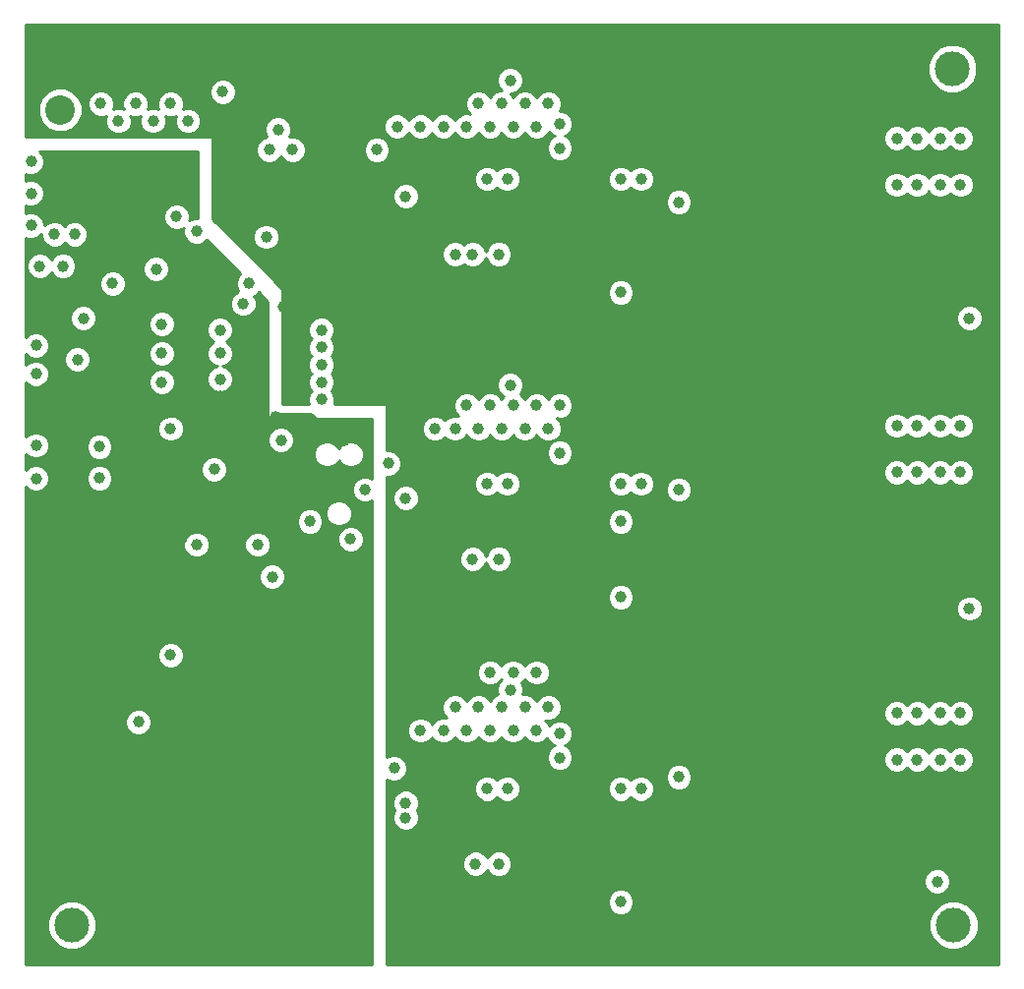
<source format=gbr>
G04 (created by PCBNEW (2013-04-21 BZR 4107)-testing) date Thursday, 13 June 2013 16:51:54*
%MOIN*%
G04 Gerber Fmt 3.4, Leading zero omitted, Abs format*
%FSLAX34Y34*%
G01*
G70*
G90*
G04 APERTURE LIST*
%ADD10C,2.3622e-06*%
%ADD11R,0.1X0.1*%
%ADD12C,0.1*%
%ADD13C,0.1181*%
%ADD14C,0.0393701*%
%ADD15C,0.0295276*%
%ADD16C,0.01*%
G04 APERTURE END LIST*
G54D10*
G54D11*
X63385Y-48212D03*
G54D12*
X63385Y-50212D03*
G54D13*
X93622Y-48819D03*
X63779Y-77854D03*
X93660Y-77854D03*
G54D14*
X80314Y-72183D03*
X80314Y-61848D03*
X80314Y-51513D03*
X76771Y-70472D03*
X77559Y-70472D03*
X77952Y-60236D03*
X78740Y-60236D03*
X79527Y-60236D03*
X80314Y-60236D03*
X77165Y-71259D03*
X77952Y-71259D03*
X78346Y-70472D03*
X79133Y-70472D03*
X79921Y-70472D03*
X79527Y-71259D03*
X78740Y-71259D03*
X76377Y-71259D03*
X75590Y-71259D03*
X77952Y-69291D03*
X78740Y-69291D03*
X79527Y-69291D03*
X76771Y-61023D03*
X77559Y-61023D03*
X78346Y-61023D03*
X79921Y-50000D03*
X79133Y-50000D03*
X78346Y-50000D03*
X77559Y-50000D03*
X65944Y-50000D03*
X65354Y-50590D03*
X67125Y-50000D03*
X66535Y-50590D03*
X68011Y-54330D03*
X67322Y-53838D03*
X79921Y-61023D03*
X79133Y-61023D03*
X77165Y-60236D03*
X70767Y-50886D03*
X71259Y-51574D03*
X70472Y-51574D03*
X74803Y-50787D03*
X75590Y-50787D03*
X76377Y-50787D03*
X77165Y-50787D03*
X77952Y-50787D03*
X78740Y-50787D03*
X79527Y-50787D03*
X77362Y-55118D03*
X76771Y-55118D03*
X67716Y-50590D03*
X64763Y-50000D03*
X78248Y-55118D03*
X78248Y-75787D03*
X77460Y-75787D03*
X78248Y-65452D03*
X77362Y-65452D03*
X80314Y-50688D03*
X80314Y-71358D03*
X74114Y-51574D03*
X76082Y-61023D03*
X74704Y-72539D03*
X78641Y-69881D03*
X78641Y-59547D03*
X78641Y-49212D03*
X63188Y-54429D03*
X63877Y-54429D03*
X62401Y-54133D03*
X62401Y-51968D03*
X68602Y-62401D03*
X70078Y-64960D03*
X68011Y-64960D03*
X71850Y-64173D03*
X73228Y-64763D03*
X69783Y-56102D03*
X70374Y-54527D03*
X70570Y-66043D03*
X66043Y-70964D03*
X62696Y-55511D03*
X64173Y-57283D03*
X62401Y-53051D03*
X63484Y-55511D03*
X69586Y-56791D03*
X67125Y-68700D03*
X70866Y-61417D03*
X73720Y-63090D03*
X67125Y-61023D03*
X68897Y-49606D03*
X93897Y-51181D03*
X68799Y-57677D03*
X92421Y-51181D03*
X93208Y-51181D03*
X91732Y-51181D03*
X91732Y-52755D03*
X92421Y-52755D03*
X93208Y-52755D03*
X93897Y-52755D03*
X72244Y-57677D03*
X75098Y-53149D03*
X82381Y-52559D03*
X77854Y-52559D03*
X78543Y-52559D03*
X82381Y-56397D03*
X83070Y-52559D03*
X84350Y-53346D03*
X66830Y-57480D03*
X94192Y-57283D03*
X93897Y-60925D03*
X68799Y-58464D03*
X93208Y-60925D03*
X92421Y-60925D03*
X91732Y-60925D03*
X91732Y-62500D03*
X93208Y-62500D03*
X92421Y-62500D03*
X93897Y-62500D03*
X72244Y-58858D03*
X75098Y-63385D03*
X72244Y-58267D03*
X74507Y-62204D03*
X82381Y-64173D03*
X82381Y-62893D03*
X82381Y-66732D03*
X83070Y-62893D03*
X84350Y-63090D03*
X77854Y-62893D03*
X78543Y-62893D03*
X66830Y-58464D03*
X94192Y-67125D03*
X68799Y-59350D03*
X93897Y-70669D03*
X92421Y-70669D03*
X93208Y-70669D03*
X91732Y-70669D03*
X93897Y-72244D03*
X93208Y-72244D03*
X92421Y-72244D03*
X91732Y-72244D03*
X75098Y-73720D03*
X72244Y-60039D03*
X75098Y-74212D03*
X72244Y-59448D03*
X82381Y-73228D03*
X83070Y-73228D03*
X82381Y-77066D03*
X84350Y-72834D03*
X77854Y-73228D03*
X78543Y-73228D03*
X66830Y-59448D03*
X93110Y-76377D03*
X80314Y-55610D03*
X80314Y-56594D03*
X80314Y-56102D03*
X80314Y-65944D03*
X80314Y-66437D03*
X80314Y-66929D03*
X80314Y-77263D03*
X80314Y-76771D03*
X80314Y-76279D03*
X74901Y-60137D03*
X79527Y-55118D03*
X79527Y-65452D03*
X79527Y-75787D03*
X88976Y-47637D03*
X89763Y-47637D03*
X88188Y-48425D03*
X82283Y-48031D03*
X83070Y-48425D03*
X81496Y-48425D03*
X75984Y-48425D03*
X93110Y-75196D03*
X70964Y-56889D03*
X76377Y-68503D03*
X75984Y-67716D03*
X75196Y-67716D03*
X75590Y-68503D03*
X75984Y-69291D03*
X75196Y-69291D03*
X82677Y-68503D03*
X81889Y-68503D03*
X81496Y-69291D03*
X90157Y-77559D03*
X89370Y-77559D03*
X88582Y-77559D03*
X87007Y-77559D03*
X86220Y-77559D03*
X85433Y-77559D03*
X84645Y-77559D03*
X83858Y-77559D03*
X83858Y-75984D03*
X84645Y-75984D03*
X85433Y-75984D03*
X86220Y-75984D03*
X87007Y-75984D03*
X88582Y-75984D03*
X89370Y-75984D03*
X90157Y-75984D03*
X89763Y-68897D03*
X90551Y-68897D03*
X91338Y-68897D03*
X90944Y-68110D03*
X90157Y-68110D03*
X89370Y-68110D03*
X88582Y-68110D03*
X87795Y-68110D03*
X87007Y-68110D03*
X86220Y-68110D03*
X85433Y-68110D03*
X84645Y-68110D03*
X83858Y-68110D03*
X88582Y-66141D03*
X89370Y-66141D03*
X90157Y-66141D03*
X87007Y-66141D03*
X86220Y-66141D03*
X85433Y-66141D03*
X84645Y-66141D03*
X83858Y-66141D03*
X92125Y-66929D03*
X92913Y-66929D03*
X93307Y-66141D03*
X92519Y-66141D03*
X91732Y-66141D03*
X73622Y-48269D03*
X74015Y-49212D03*
X73228Y-49212D03*
X72440Y-49212D03*
X71161Y-47736D03*
X70866Y-49212D03*
X71653Y-49212D03*
X71259Y-48425D03*
X83858Y-58267D03*
X84645Y-58267D03*
X85433Y-58267D03*
X86220Y-58267D03*
X87007Y-58267D03*
X87795Y-58267D03*
X88582Y-58267D03*
X89370Y-58267D03*
X90157Y-58267D03*
X90944Y-58267D03*
X89763Y-59055D03*
X90551Y-59055D03*
X91338Y-59055D03*
X92125Y-57086D03*
X92913Y-57086D03*
X93307Y-56299D03*
X92519Y-56299D03*
X91732Y-56299D03*
X90944Y-56299D03*
X90157Y-56299D03*
X89370Y-56299D03*
X88582Y-56299D03*
X87795Y-56299D03*
X87007Y-56299D03*
X86220Y-56299D03*
X85433Y-56299D03*
X84645Y-56299D03*
X83858Y-56299D03*
X83070Y-58661D03*
X82283Y-58661D03*
X81496Y-58661D03*
X81496Y-60236D03*
X75590Y-58661D03*
X74803Y-58661D03*
X64960Y-47637D03*
X65551Y-48228D03*
X66141Y-47637D03*
X66732Y-48228D03*
X67322Y-47637D03*
X67913Y-48228D03*
X68503Y-47637D03*
X68799Y-52460D03*
X68799Y-53641D03*
X68996Y-53051D03*
X75196Y-64468D03*
X93405Y-65452D03*
X82086Y-69192D03*
X74704Y-54822D03*
X76870Y-77263D03*
X76870Y-56594D03*
X76870Y-66830D03*
X62696Y-57283D03*
X63484Y-57283D03*
X66830Y-61515D03*
X66141Y-57578D03*
X65354Y-72244D03*
X70570Y-67618D03*
X63090Y-65551D03*
X67027Y-56200D03*
X70669Y-60629D03*
X68799Y-59940D03*
X70866Y-64074D03*
X72145Y-67125D03*
X71850Y-70472D03*
X70866Y-70472D03*
X73523Y-66732D03*
X66830Y-63681D03*
X70866Y-62106D03*
X67027Y-52263D03*
X69192Y-56102D03*
X64763Y-65255D03*
X73031Y-61417D03*
X65944Y-55610D03*
X67519Y-53051D03*
X67913Y-53641D03*
X67913Y-52460D03*
X64763Y-72047D03*
X63090Y-74311D03*
X65157Y-56102D03*
X66633Y-55610D03*
X64716Y-62704D03*
X64714Y-61635D03*
X63972Y-58681D03*
X62574Y-58196D03*
X62566Y-59161D03*
X62568Y-62718D03*
X62566Y-61590D03*
G54D15*
X70669Y-60629D02*
X71850Y-60629D01*
X71850Y-60629D02*
X72637Y-61417D01*
X72637Y-61417D02*
X73031Y-61417D01*
G54D10*
G36*
X73965Y-79175D02*
X73675Y-79175D01*
X73675Y-64675D01*
X73607Y-64510D01*
X73481Y-64385D01*
X73317Y-64317D01*
X73280Y-64316D01*
X73280Y-63805D01*
X73212Y-63641D01*
X73087Y-63515D01*
X72923Y-63447D01*
X72746Y-63447D01*
X72582Y-63515D01*
X72456Y-63640D01*
X72388Y-63804D01*
X72388Y-63982D01*
X72456Y-64146D01*
X72581Y-64271D01*
X72745Y-64339D01*
X72922Y-64339D01*
X73086Y-64272D01*
X73212Y-64146D01*
X73280Y-63982D01*
X73280Y-63805D01*
X73280Y-64316D01*
X73139Y-64316D01*
X72975Y-64384D01*
X72849Y-64510D01*
X72781Y-64674D01*
X72781Y-64852D01*
X72849Y-65016D01*
X72974Y-65142D01*
X73139Y-65210D01*
X73316Y-65210D01*
X73481Y-65142D01*
X73606Y-65017D01*
X73675Y-64853D01*
X73675Y-64675D01*
X73675Y-79175D01*
X72297Y-79175D01*
X72297Y-64084D01*
X72229Y-63920D01*
X72103Y-63794D01*
X71939Y-63726D01*
X71761Y-63726D01*
X71597Y-63794D01*
X71471Y-63919D01*
X71403Y-64083D01*
X71403Y-64261D01*
X71471Y-64426D01*
X71596Y-64551D01*
X71761Y-64620D01*
X71938Y-64620D01*
X72103Y-64552D01*
X72228Y-64426D01*
X72297Y-64262D01*
X72297Y-64084D01*
X72297Y-79175D01*
X71313Y-79175D01*
X71313Y-61328D01*
X71245Y-61164D01*
X71119Y-61038D01*
X70955Y-60970D01*
X70777Y-60970D01*
X70613Y-61038D01*
X70487Y-61163D01*
X70419Y-61328D01*
X70419Y-61505D01*
X70487Y-61670D01*
X70612Y-61795D01*
X70776Y-61864D01*
X70954Y-61864D01*
X71118Y-61796D01*
X71244Y-61670D01*
X71312Y-61506D01*
X71313Y-61328D01*
X71313Y-79175D01*
X71017Y-79175D01*
X71017Y-65954D01*
X70949Y-65790D01*
X70824Y-65664D01*
X70660Y-65596D01*
X70525Y-65596D01*
X70525Y-64872D01*
X70457Y-64707D01*
X70332Y-64582D01*
X70168Y-64513D01*
X69990Y-64513D01*
X69825Y-64581D01*
X69700Y-64707D01*
X69631Y-64871D01*
X69631Y-65049D01*
X69699Y-65213D01*
X69825Y-65339D01*
X69989Y-65407D01*
X70167Y-65407D01*
X70331Y-65339D01*
X70457Y-65214D01*
X70525Y-65049D01*
X70525Y-64872D01*
X70525Y-65596D01*
X70482Y-65596D01*
X70318Y-65664D01*
X70192Y-65789D01*
X70124Y-65954D01*
X70123Y-66131D01*
X70191Y-66296D01*
X70317Y-66421D01*
X70481Y-66490D01*
X70659Y-66490D01*
X70823Y-66422D01*
X70949Y-66296D01*
X71017Y-66132D01*
X71017Y-65954D01*
X71017Y-79175D01*
X69246Y-79175D01*
X69246Y-59261D01*
X69178Y-59097D01*
X69052Y-58971D01*
X68897Y-58907D01*
X69052Y-58843D01*
X69177Y-58718D01*
X69245Y-58553D01*
X69246Y-58376D01*
X69178Y-58211D01*
X69052Y-58085D01*
X69016Y-58070D01*
X69052Y-58056D01*
X69177Y-57930D01*
X69245Y-57766D01*
X69246Y-57588D01*
X69178Y-57424D01*
X69052Y-57298D01*
X68888Y-57230D01*
X68710Y-57230D01*
X68546Y-57298D01*
X68420Y-57423D01*
X68352Y-57587D01*
X68352Y-57765D01*
X68420Y-57929D01*
X68545Y-58055D01*
X68582Y-58070D01*
X68546Y-58085D01*
X68420Y-58211D01*
X68352Y-58375D01*
X68352Y-58553D01*
X68420Y-58717D01*
X68545Y-58843D01*
X68700Y-58907D01*
X68546Y-58971D01*
X68420Y-59096D01*
X68352Y-59261D01*
X68352Y-59438D01*
X68420Y-59603D01*
X68545Y-59728D01*
X68709Y-59797D01*
X68887Y-59797D01*
X69052Y-59729D01*
X69177Y-59603D01*
X69245Y-59439D01*
X69246Y-59261D01*
X69246Y-79175D01*
X69049Y-79175D01*
X69049Y-62313D01*
X68981Y-62148D01*
X68855Y-62022D01*
X68691Y-61954D01*
X68513Y-61954D01*
X68349Y-62022D01*
X68223Y-62148D01*
X68155Y-62312D01*
X68155Y-62490D01*
X68223Y-62654D01*
X68348Y-62780D01*
X68513Y-62848D01*
X68690Y-62848D01*
X68855Y-62780D01*
X68980Y-62655D01*
X69049Y-62490D01*
X69049Y-62313D01*
X69049Y-79175D01*
X68458Y-79175D01*
X68458Y-64872D01*
X68390Y-64707D01*
X68265Y-64582D01*
X68101Y-64513D01*
X67923Y-64513D01*
X67759Y-64581D01*
X67633Y-64707D01*
X67572Y-64852D01*
X67572Y-60935D01*
X67505Y-60770D01*
X67379Y-60645D01*
X67277Y-60602D01*
X67277Y-59360D01*
X67277Y-58376D01*
X67277Y-57391D01*
X67209Y-57227D01*
X67084Y-57101D01*
X67080Y-57100D01*
X67080Y-55521D01*
X67012Y-55357D01*
X66887Y-55231D01*
X66723Y-55163D01*
X66545Y-55163D01*
X66381Y-55231D01*
X66255Y-55356D01*
X66187Y-55520D01*
X66186Y-55698D01*
X66254Y-55863D01*
X66380Y-55988D01*
X66544Y-56057D01*
X66722Y-56057D01*
X66886Y-55989D01*
X67012Y-55863D01*
X67080Y-55699D01*
X67080Y-55521D01*
X67080Y-57100D01*
X66919Y-57033D01*
X66742Y-57033D01*
X66577Y-57101D01*
X66452Y-57226D01*
X66383Y-57391D01*
X66383Y-57568D01*
X66451Y-57733D01*
X66577Y-57858D01*
X66741Y-57927D01*
X66919Y-57927D01*
X67083Y-57859D01*
X67209Y-57733D01*
X67277Y-57569D01*
X67277Y-57391D01*
X67277Y-58376D01*
X67209Y-58211D01*
X67084Y-58085D01*
X66919Y-58017D01*
X66742Y-58017D01*
X66577Y-58085D01*
X66452Y-58211D01*
X66383Y-58375D01*
X66383Y-58553D01*
X66451Y-58717D01*
X66577Y-58843D01*
X66741Y-58911D01*
X66919Y-58911D01*
X67083Y-58843D01*
X67209Y-58718D01*
X67277Y-58553D01*
X67277Y-58376D01*
X67277Y-59360D01*
X67209Y-59196D01*
X67084Y-59070D01*
X66919Y-59002D01*
X66742Y-59001D01*
X66577Y-59069D01*
X66452Y-59195D01*
X66383Y-59359D01*
X66383Y-59537D01*
X66451Y-59701D01*
X66577Y-59827D01*
X66741Y-59895D01*
X66919Y-59895D01*
X67083Y-59827D01*
X67209Y-59702D01*
X67277Y-59538D01*
X67277Y-59360D01*
X67277Y-60602D01*
X67215Y-60576D01*
X67037Y-60576D01*
X66873Y-60644D01*
X66747Y-60770D01*
X66679Y-60934D01*
X66679Y-61112D01*
X66746Y-61276D01*
X66872Y-61402D01*
X67036Y-61470D01*
X67214Y-61470D01*
X67378Y-61402D01*
X67504Y-61277D01*
X67572Y-61112D01*
X67572Y-60935D01*
X67572Y-64852D01*
X67565Y-64871D01*
X67564Y-65049D01*
X67632Y-65213D01*
X67758Y-65339D01*
X67922Y-65407D01*
X68100Y-65407D01*
X68264Y-65339D01*
X68390Y-65214D01*
X68458Y-65049D01*
X68458Y-64872D01*
X68458Y-79175D01*
X67572Y-79175D01*
X67572Y-68612D01*
X67505Y-68447D01*
X67379Y-68322D01*
X67215Y-68254D01*
X67037Y-68253D01*
X66873Y-68321D01*
X66747Y-68447D01*
X66679Y-68611D01*
X66679Y-68789D01*
X66746Y-68953D01*
X66872Y-69079D01*
X67036Y-69147D01*
X67214Y-69147D01*
X67378Y-69079D01*
X67504Y-68954D01*
X67572Y-68790D01*
X67572Y-68612D01*
X67572Y-79175D01*
X66490Y-79175D01*
X66490Y-70876D01*
X66422Y-70711D01*
X66296Y-70585D01*
X66132Y-70517D01*
X65954Y-70517D01*
X65790Y-70585D01*
X65664Y-70711D01*
X65604Y-70856D01*
X65604Y-56013D01*
X65536Y-55849D01*
X65410Y-55723D01*
X65246Y-55655D01*
X65068Y-55655D01*
X64904Y-55723D01*
X64778Y-55848D01*
X64710Y-56013D01*
X64710Y-56190D01*
X64778Y-56355D01*
X64904Y-56480D01*
X65068Y-56549D01*
X65245Y-56549D01*
X65410Y-56481D01*
X65536Y-56355D01*
X65604Y-56191D01*
X65604Y-56013D01*
X65604Y-70856D01*
X65596Y-70875D01*
X65596Y-71053D01*
X65664Y-71217D01*
X65789Y-71343D01*
X65954Y-71411D01*
X66131Y-71411D01*
X66296Y-71343D01*
X66421Y-71218D01*
X66490Y-71053D01*
X66490Y-70876D01*
X66490Y-79175D01*
X65163Y-79175D01*
X65163Y-62616D01*
X65161Y-62611D01*
X65161Y-61547D01*
X65093Y-61383D01*
X64968Y-61257D01*
X64803Y-61189D01*
X64626Y-61188D01*
X64620Y-61191D01*
X64620Y-57194D01*
X64552Y-57030D01*
X64426Y-56904D01*
X64262Y-56836D01*
X64084Y-56836D01*
X63931Y-56899D01*
X63931Y-55423D01*
X63863Y-55259D01*
X63737Y-55133D01*
X63573Y-55065D01*
X63395Y-55064D01*
X63231Y-55132D01*
X63105Y-55258D01*
X63090Y-55294D01*
X63075Y-55259D01*
X62950Y-55133D01*
X62786Y-55065D01*
X62608Y-55064D01*
X62444Y-55132D01*
X62318Y-55258D01*
X62250Y-55422D01*
X62249Y-55600D01*
X62317Y-55764D01*
X62443Y-55890D01*
X62607Y-55958D01*
X62785Y-55958D01*
X62949Y-55890D01*
X63075Y-55765D01*
X63090Y-55729D01*
X63105Y-55764D01*
X63230Y-55890D01*
X63394Y-55958D01*
X63572Y-55958D01*
X63737Y-55890D01*
X63862Y-55765D01*
X63931Y-55601D01*
X63931Y-55423D01*
X63931Y-56899D01*
X63920Y-56904D01*
X63794Y-57030D01*
X63726Y-57194D01*
X63726Y-57371D01*
X63794Y-57536D01*
X63919Y-57662D01*
X64083Y-57730D01*
X64261Y-57730D01*
X64426Y-57662D01*
X64551Y-57536D01*
X64620Y-57372D01*
X64620Y-57194D01*
X64620Y-61191D01*
X64461Y-61256D01*
X64419Y-61299D01*
X64419Y-58592D01*
X64351Y-58428D01*
X64225Y-58302D01*
X64061Y-58234D01*
X63883Y-58234D01*
X63719Y-58302D01*
X63593Y-58427D01*
X63525Y-58591D01*
X63525Y-58769D01*
X63593Y-58933D01*
X63718Y-59059D01*
X63883Y-59127D01*
X64060Y-59128D01*
X64225Y-59060D01*
X64351Y-58934D01*
X64419Y-58770D01*
X64419Y-58592D01*
X64419Y-61299D01*
X64335Y-61382D01*
X64267Y-61546D01*
X64267Y-61724D01*
X64335Y-61888D01*
X64461Y-62014D01*
X64625Y-62082D01*
X64803Y-62082D01*
X64967Y-62014D01*
X65093Y-61889D01*
X65161Y-61725D01*
X65161Y-61547D01*
X65161Y-62611D01*
X65095Y-62451D01*
X64969Y-62326D01*
X64805Y-62257D01*
X64628Y-62257D01*
X64463Y-62325D01*
X64337Y-62451D01*
X64269Y-62615D01*
X64269Y-62793D01*
X64337Y-62957D01*
X64463Y-63083D01*
X64627Y-63151D01*
X64805Y-63151D01*
X64969Y-63083D01*
X65095Y-62958D01*
X65163Y-62793D01*
X65163Y-62616D01*
X65163Y-79175D01*
X64619Y-79175D01*
X64619Y-77687D01*
X64491Y-77378D01*
X64255Y-77141D01*
X63946Y-77013D01*
X63612Y-77013D01*
X63303Y-77141D01*
X63066Y-77377D01*
X62938Y-77686D01*
X62938Y-78020D01*
X63066Y-78329D01*
X63302Y-78566D01*
X63611Y-78694D01*
X63945Y-78694D01*
X64254Y-78566D01*
X64491Y-78330D01*
X64619Y-78021D01*
X64619Y-77687D01*
X64619Y-79175D01*
X62225Y-79175D01*
X62225Y-63006D01*
X62315Y-63097D01*
X62479Y-63165D01*
X62657Y-63165D01*
X62821Y-63097D01*
X62947Y-62971D01*
X63015Y-62807D01*
X63015Y-62630D01*
X62947Y-62465D01*
X62822Y-62339D01*
X62658Y-62271D01*
X62480Y-62271D01*
X62316Y-62339D01*
X62225Y-62430D01*
X62225Y-61880D01*
X62313Y-61969D01*
X62477Y-62037D01*
X62655Y-62037D01*
X62819Y-61969D01*
X62945Y-61844D01*
X63013Y-61679D01*
X63013Y-61502D01*
X62945Y-61337D01*
X62820Y-61211D01*
X62656Y-61143D01*
X62478Y-61143D01*
X62314Y-61211D01*
X62225Y-61300D01*
X62225Y-59451D01*
X62313Y-59540D01*
X62477Y-59608D01*
X62655Y-59608D01*
X62819Y-59540D01*
X62945Y-59414D01*
X63013Y-59250D01*
X63013Y-59072D01*
X62945Y-58908D01*
X62820Y-58782D01*
X62656Y-58714D01*
X62478Y-58714D01*
X62314Y-58782D01*
X62225Y-58871D01*
X62225Y-58478D01*
X62321Y-58575D01*
X62485Y-58643D01*
X62663Y-58643D01*
X62827Y-58575D01*
X62953Y-58450D01*
X63021Y-58286D01*
X63021Y-58108D01*
X62953Y-57944D01*
X62828Y-57818D01*
X62664Y-57750D01*
X62486Y-57749D01*
X62322Y-57817D01*
X62225Y-57914D01*
X62225Y-54544D01*
X62312Y-54580D01*
X62490Y-54580D01*
X62654Y-54512D01*
X62742Y-54425D01*
X62742Y-54517D01*
X62809Y-54681D01*
X62935Y-54807D01*
X63099Y-54875D01*
X63277Y-54876D01*
X63441Y-54808D01*
X63533Y-54716D01*
X63624Y-54807D01*
X63788Y-54875D01*
X63966Y-54876D01*
X64130Y-54808D01*
X64256Y-54682D01*
X64324Y-54518D01*
X64324Y-54340D01*
X64256Y-54176D01*
X64131Y-54050D01*
X63967Y-53982D01*
X63789Y-53982D01*
X63625Y-54050D01*
X63533Y-54141D01*
X63442Y-54050D01*
X63278Y-53982D01*
X63100Y-53982D01*
X62936Y-54050D01*
X62848Y-54137D01*
X62848Y-54045D01*
X62780Y-53881D01*
X62655Y-53755D01*
X62490Y-53687D01*
X62313Y-53686D01*
X62225Y-53723D01*
X62225Y-53461D01*
X62312Y-53497D01*
X62490Y-53498D01*
X62654Y-53430D01*
X62780Y-53304D01*
X62848Y-53140D01*
X62848Y-52962D01*
X62780Y-52798D01*
X62655Y-52672D01*
X62490Y-52604D01*
X62313Y-52604D01*
X62225Y-52640D01*
X62225Y-52379D01*
X62312Y-52415D01*
X62490Y-52415D01*
X62654Y-52347D01*
X62780Y-52221D01*
X62848Y-52057D01*
X62848Y-51880D01*
X62780Y-51715D01*
X62689Y-51624D01*
X68060Y-51624D01*
X68060Y-53883D01*
X67923Y-53883D01*
X67759Y-53951D01*
X67769Y-53927D01*
X67769Y-53750D01*
X67701Y-53585D01*
X67576Y-53459D01*
X67412Y-53391D01*
X67234Y-53391D01*
X67070Y-53459D01*
X66944Y-53585D01*
X66876Y-53749D01*
X66875Y-53927D01*
X66943Y-54091D01*
X67069Y-54217D01*
X67233Y-54285D01*
X67411Y-54285D01*
X67574Y-54217D01*
X67565Y-54241D01*
X67564Y-54419D01*
X67632Y-54583D01*
X67758Y-54709D01*
X67922Y-54777D01*
X68100Y-54777D01*
X68264Y-54709D01*
X68341Y-54632D01*
X69481Y-55772D01*
X69404Y-55848D01*
X69336Y-56013D01*
X69336Y-56190D01*
X69404Y-56355D01*
X69424Y-56374D01*
X69333Y-56412D01*
X69208Y-56537D01*
X69139Y-56702D01*
X69139Y-56879D01*
X69207Y-57044D01*
X69333Y-57169D01*
X69497Y-57238D01*
X69675Y-57238D01*
X69839Y-57170D01*
X69965Y-57044D01*
X70033Y-56880D01*
X70033Y-56702D01*
X69965Y-56538D01*
X69945Y-56518D01*
X70036Y-56481D01*
X70113Y-56404D01*
X70422Y-56713D01*
X70422Y-60679D01*
X73965Y-60679D01*
X73965Y-62708D01*
X73809Y-62643D01*
X73680Y-62643D01*
X73680Y-61805D01*
X73612Y-61641D01*
X73487Y-61515D01*
X73323Y-61447D01*
X73146Y-61447D01*
X72982Y-61515D01*
X72856Y-61640D01*
X72834Y-61693D01*
X72812Y-61641D01*
X72687Y-61515D01*
X72523Y-61447D01*
X72346Y-61447D01*
X72182Y-61515D01*
X72056Y-61640D01*
X71988Y-61804D01*
X71988Y-61982D01*
X72056Y-62146D01*
X72181Y-62271D01*
X72345Y-62339D01*
X72522Y-62339D01*
X72686Y-62272D01*
X72812Y-62146D01*
X72834Y-62093D01*
X72856Y-62146D01*
X72981Y-62271D01*
X73145Y-62339D01*
X73322Y-62339D01*
X73486Y-62272D01*
X73612Y-62146D01*
X73680Y-61982D01*
X73680Y-61805D01*
X73680Y-62643D01*
X73631Y-62643D01*
X73467Y-62711D01*
X73341Y-62837D01*
X73273Y-63001D01*
X73273Y-63179D01*
X73341Y-63343D01*
X73467Y-63469D01*
X73631Y-63537D01*
X73808Y-63537D01*
X73965Y-63472D01*
X73965Y-79175D01*
X73965Y-79175D01*
G37*
G54D16*
X73965Y-79175D02*
X73675Y-79175D01*
X73675Y-64675D01*
X73607Y-64510D01*
X73481Y-64385D01*
X73317Y-64317D01*
X73280Y-64316D01*
X73280Y-63805D01*
X73212Y-63641D01*
X73087Y-63515D01*
X72923Y-63447D01*
X72746Y-63447D01*
X72582Y-63515D01*
X72456Y-63640D01*
X72388Y-63804D01*
X72388Y-63982D01*
X72456Y-64146D01*
X72581Y-64271D01*
X72745Y-64339D01*
X72922Y-64339D01*
X73086Y-64272D01*
X73212Y-64146D01*
X73280Y-63982D01*
X73280Y-63805D01*
X73280Y-64316D01*
X73139Y-64316D01*
X72975Y-64384D01*
X72849Y-64510D01*
X72781Y-64674D01*
X72781Y-64852D01*
X72849Y-65016D01*
X72974Y-65142D01*
X73139Y-65210D01*
X73316Y-65210D01*
X73481Y-65142D01*
X73606Y-65017D01*
X73675Y-64853D01*
X73675Y-64675D01*
X73675Y-79175D01*
X72297Y-79175D01*
X72297Y-64084D01*
X72229Y-63920D01*
X72103Y-63794D01*
X71939Y-63726D01*
X71761Y-63726D01*
X71597Y-63794D01*
X71471Y-63919D01*
X71403Y-64083D01*
X71403Y-64261D01*
X71471Y-64426D01*
X71596Y-64551D01*
X71761Y-64620D01*
X71938Y-64620D01*
X72103Y-64552D01*
X72228Y-64426D01*
X72297Y-64262D01*
X72297Y-64084D01*
X72297Y-79175D01*
X71313Y-79175D01*
X71313Y-61328D01*
X71245Y-61164D01*
X71119Y-61038D01*
X70955Y-60970D01*
X70777Y-60970D01*
X70613Y-61038D01*
X70487Y-61163D01*
X70419Y-61328D01*
X70419Y-61505D01*
X70487Y-61670D01*
X70612Y-61795D01*
X70776Y-61864D01*
X70954Y-61864D01*
X71118Y-61796D01*
X71244Y-61670D01*
X71312Y-61506D01*
X71313Y-61328D01*
X71313Y-79175D01*
X71017Y-79175D01*
X71017Y-65954D01*
X70949Y-65790D01*
X70824Y-65664D01*
X70660Y-65596D01*
X70525Y-65596D01*
X70525Y-64872D01*
X70457Y-64707D01*
X70332Y-64582D01*
X70168Y-64513D01*
X69990Y-64513D01*
X69825Y-64581D01*
X69700Y-64707D01*
X69631Y-64871D01*
X69631Y-65049D01*
X69699Y-65213D01*
X69825Y-65339D01*
X69989Y-65407D01*
X70167Y-65407D01*
X70331Y-65339D01*
X70457Y-65214D01*
X70525Y-65049D01*
X70525Y-64872D01*
X70525Y-65596D01*
X70482Y-65596D01*
X70318Y-65664D01*
X70192Y-65789D01*
X70124Y-65954D01*
X70123Y-66131D01*
X70191Y-66296D01*
X70317Y-66421D01*
X70481Y-66490D01*
X70659Y-66490D01*
X70823Y-66422D01*
X70949Y-66296D01*
X71017Y-66132D01*
X71017Y-65954D01*
X71017Y-79175D01*
X69246Y-79175D01*
X69246Y-59261D01*
X69178Y-59097D01*
X69052Y-58971D01*
X68897Y-58907D01*
X69052Y-58843D01*
X69177Y-58718D01*
X69245Y-58553D01*
X69246Y-58376D01*
X69178Y-58211D01*
X69052Y-58085D01*
X69016Y-58070D01*
X69052Y-58056D01*
X69177Y-57930D01*
X69245Y-57766D01*
X69246Y-57588D01*
X69178Y-57424D01*
X69052Y-57298D01*
X68888Y-57230D01*
X68710Y-57230D01*
X68546Y-57298D01*
X68420Y-57423D01*
X68352Y-57587D01*
X68352Y-57765D01*
X68420Y-57929D01*
X68545Y-58055D01*
X68582Y-58070D01*
X68546Y-58085D01*
X68420Y-58211D01*
X68352Y-58375D01*
X68352Y-58553D01*
X68420Y-58717D01*
X68545Y-58843D01*
X68700Y-58907D01*
X68546Y-58971D01*
X68420Y-59096D01*
X68352Y-59261D01*
X68352Y-59438D01*
X68420Y-59603D01*
X68545Y-59728D01*
X68709Y-59797D01*
X68887Y-59797D01*
X69052Y-59729D01*
X69177Y-59603D01*
X69245Y-59439D01*
X69246Y-59261D01*
X69246Y-79175D01*
X69049Y-79175D01*
X69049Y-62313D01*
X68981Y-62148D01*
X68855Y-62022D01*
X68691Y-61954D01*
X68513Y-61954D01*
X68349Y-62022D01*
X68223Y-62148D01*
X68155Y-62312D01*
X68155Y-62490D01*
X68223Y-62654D01*
X68348Y-62780D01*
X68513Y-62848D01*
X68690Y-62848D01*
X68855Y-62780D01*
X68980Y-62655D01*
X69049Y-62490D01*
X69049Y-62313D01*
X69049Y-79175D01*
X68458Y-79175D01*
X68458Y-64872D01*
X68390Y-64707D01*
X68265Y-64582D01*
X68101Y-64513D01*
X67923Y-64513D01*
X67759Y-64581D01*
X67633Y-64707D01*
X67572Y-64852D01*
X67572Y-60935D01*
X67505Y-60770D01*
X67379Y-60645D01*
X67277Y-60602D01*
X67277Y-59360D01*
X67277Y-58376D01*
X67277Y-57391D01*
X67209Y-57227D01*
X67084Y-57101D01*
X67080Y-57100D01*
X67080Y-55521D01*
X67012Y-55357D01*
X66887Y-55231D01*
X66723Y-55163D01*
X66545Y-55163D01*
X66381Y-55231D01*
X66255Y-55356D01*
X66187Y-55520D01*
X66186Y-55698D01*
X66254Y-55863D01*
X66380Y-55988D01*
X66544Y-56057D01*
X66722Y-56057D01*
X66886Y-55989D01*
X67012Y-55863D01*
X67080Y-55699D01*
X67080Y-55521D01*
X67080Y-57100D01*
X66919Y-57033D01*
X66742Y-57033D01*
X66577Y-57101D01*
X66452Y-57226D01*
X66383Y-57391D01*
X66383Y-57568D01*
X66451Y-57733D01*
X66577Y-57858D01*
X66741Y-57927D01*
X66919Y-57927D01*
X67083Y-57859D01*
X67209Y-57733D01*
X67277Y-57569D01*
X67277Y-57391D01*
X67277Y-58376D01*
X67209Y-58211D01*
X67084Y-58085D01*
X66919Y-58017D01*
X66742Y-58017D01*
X66577Y-58085D01*
X66452Y-58211D01*
X66383Y-58375D01*
X66383Y-58553D01*
X66451Y-58717D01*
X66577Y-58843D01*
X66741Y-58911D01*
X66919Y-58911D01*
X67083Y-58843D01*
X67209Y-58718D01*
X67277Y-58553D01*
X67277Y-58376D01*
X67277Y-59360D01*
X67209Y-59196D01*
X67084Y-59070D01*
X66919Y-59002D01*
X66742Y-59001D01*
X66577Y-59069D01*
X66452Y-59195D01*
X66383Y-59359D01*
X66383Y-59537D01*
X66451Y-59701D01*
X66577Y-59827D01*
X66741Y-59895D01*
X66919Y-59895D01*
X67083Y-59827D01*
X67209Y-59702D01*
X67277Y-59538D01*
X67277Y-59360D01*
X67277Y-60602D01*
X67215Y-60576D01*
X67037Y-60576D01*
X66873Y-60644D01*
X66747Y-60770D01*
X66679Y-60934D01*
X66679Y-61112D01*
X66746Y-61276D01*
X66872Y-61402D01*
X67036Y-61470D01*
X67214Y-61470D01*
X67378Y-61402D01*
X67504Y-61277D01*
X67572Y-61112D01*
X67572Y-60935D01*
X67572Y-64852D01*
X67565Y-64871D01*
X67564Y-65049D01*
X67632Y-65213D01*
X67758Y-65339D01*
X67922Y-65407D01*
X68100Y-65407D01*
X68264Y-65339D01*
X68390Y-65214D01*
X68458Y-65049D01*
X68458Y-64872D01*
X68458Y-79175D01*
X67572Y-79175D01*
X67572Y-68612D01*
X67505Y-68447D01*
X67379Y-68322D01*
X67215Y-68254D01*
X67037Y-68253D01*
X66873Y-68321D01*
X66747Y-68447D01*
X66679Y-68611D01*
X66679Y-68789D01*
X66746Y-68953D01*
X66872Y-69079D01*
X67036Y-69147D01*
X67214Y-69147D01*
X67378Y-69079D01*
X67504Y-68954D01*
X67572Y-68790D01*
X67572Y-68612D01*
X67572Y-79175D01*
X66490Y-79175D01*
X66490Y-70876D01*
X66422Y-70711D01*
X66296Y-70585D01*
X66132Y-70517D01*
X65954Y-70517D01*
X65790Y-70585D01*
X65664Y-70711D01*
X65604Y-70856D01*
X65604Y-56013D01*
X65536Y-55849D01*
X65410Y-55723D01*
X65246Y-55655D01*
X65068Y-55655D01*
X64904Y-55723D01*
X64778Y-55848D01*
X64710Y-56013D01*
X64710Y-56190D01*
X64778Y-56355D01*
X64904Y-56480D01*
X65068Y-56549D01*
X65245Y-56549D01*
X65410Y-56481D01*
X65536Y-56355D01*
X65604Y-56191D01*
X65604Y-56013D01*
X65604Y-70856D01*
X65596Y-70875D01*
X65596Y-71053D01*
X65664Y-71217D01*
X65789Y-71343D01*
X65954Y-71411D01*
X66131Y-71411D01*
X66296Y-71343D01*
X66421Y-71218D01*
X66490Y-71053D01*
X66490Y-70876D01*
X66490Y-79175D01*
X65163Y-79175D01*
X65163Y-62616D01*
X65161Y-62611D01*
X65161Y-61547D01*
X65093Y-61383D01*
X64968Y-61257D01*
X64803Y-61189D01*
X64626Y-61188D01*
X64620Y-61191D01*
X64620Y-57194D01*
X64552Y-57030D01*
X64426Y-56904D01*
X64262Y-56836D01*
X64084Y-56836D01*
X63931Y-56899D01*
X63931Y-55423D01*
X63863Y-55259D01*
X63737Y-55133D01*
X63573Y-55065D01*
X63395Y-55064D01*
X63231Y-55132D01*
X63105Y-55258D01*
X63090Y-55294D01*
X63075Y-55259D01*
X62950Y-55133D01*
X62786Y-55065D01*
X62608Y-55064D01*
X62444Y-55132D01*
X62318Y-55258D01*
X62250Y-55422D01*
X62249Y-55600D01*
X62317Y-55764D01*
X62443Y-55890D01*
X62607Y-55958D01*
X62785Y-55958D01*
X62949Y-55890D01*
X63075Y-55765D01*
X63090Y-55729D01*
X63105Y-55764D01*
X63230Y-55890D01*
X63394Y-55958D01*
X63572Y-55958D01*
X63737Y-55890D01*
X63862Y-55765D01*
X63931Y-55601D01*
X63931Y-55423D01*
X63931Y-56899D01*
X63920Y-56904D01*
X63794Y-57030D01*
X63726Y-57194D01*
X63726Y-57371D01*
X63794Y-57536D01*
X63919Y-57662D01*
X64083Y-57730D01*
X64261Y-57730D01*
X64426Y-57662D01*
X64551Y-57536D01*
X64620Y-57372D01*
X64620Y-57194D01*
X64620Y-61191D01*
X64461Y-61256D01*
X64419Y-61299D01*
X64419Y-58592D01*
X64351Y-58428D01*
X64225Y-58302D01*
X64061Y-58234D01*
X63883Y-58234D01*
X63719Y-58302D01*
X63593Y-58427D01*
X63525Y-58591D01*
X63525Y-58769D01*
X63593Y-58933D01*
X63718Y-59059D01*
X63883Y-59127D01*
X64060Y-59128D01*
X64225Y-59060D01*
X64351Y-58934D01*
X64419Y-58770D01*
X64419Y-58592D01*
X64419Y-61299D01*
X64335Y-61382D01*
X64267Y-61546D01*
X64267Y-61724D01*
X64335Y-61888D01*
X64461Y-62014D01*
X64625Y-62082D01*
X64803Y-62082D01*
X64967Y-62014D01*
X65093Y-61889D01*
X65161Y-61725D01*
X65161Y-61547D01*
X65161Y-62611D01*
X65095Y-62451D01*
X64969Y-62326D01*
X64805Y-62257D01*
X64628Y-62257D01*
X64463Y-62325D01*
X64337Y-62451D01*
X64269Y-62615D01*
X64269Y-62793D01*
X64337Y-62957D01*
X64463Y-63083D01*
X64627Y-63151D01*
X64805Y-63151D01*
X64969Y-63083D01*
X65095Y-62958D01*
X65163Y-62793D01*
X65163Y-62616D01*
X65163Y-79175D01*
X64619Y-79175D01*
X64619Y-77687D01*
X64491Y-77378D01*
X64255Y-77141D01*
X63946Y-77013D01*
X63612Y-77013D01*
X63303Y-77141D01*
X63066Y-77377D01*
X62938Y-77686D01*
X62938Y-78020D01*
X63066Y-78329D01*
X63302Y-78566D01*
X63611Y-78694D01*
X63945Y-78694D01*
X64254Y-78566D01*
X64491Y-78330D01*
X64619Y-78021D01*
X64619Y-77687D01*
X64619Y-79175D01*
X62225Y-79175D01*
X62225Y-63006D01*
X62315Y-63097D01*
X62479Y-63165D01*
X62657Y-63165D01*
X62821Y-63097D01*
X62947Y-62971D01*
X63015Y-62807D01*
X63015Y-62630D01*
X62947Y-62465D01*
X62822Y-62339D01*
X62658Y-62271D01*
X62480Y-62271D01*
X62316Y-62339D01*
X62225Y-62430D01*
X62225Y-61880D01*
X62313Y-61969D01*
X62477Y-62037D01*
X62655Y-62037D01*
X62819Y-61969D01*
X62945Y-61844D01*
X63013Y-61679D01*
X63013Y-61502D01*
X62945Y-61337D01*
X62820Y-61211D01*
X62656Y-61143D01*
X62478Y-61143D01*
X62314Y-61211D01*
X62225Y-61300D01*
X62225Y-59451D01*
X62313Y-59540D01*
X62477Y-59608D01*
X62655Y-59608D01*
X62819Y-59540D01*
X62945Y-59414D01*
X63013Y-59250D01*
X63013Y-59072D01*
X62945Y-58908D01*
X62820Y-58782D01*
X62656Y-58714D01*
X62478Y-58714D01*
X62314Y-58782D01*
X62225Y-58871D01*
X62225Y-58478D01*
X62321Y-58575D01*
X62485Y-58643D01*
X62663Y-58643D01*
X62827Y-58575D01*
X62953Y-58450D01*
X63021Y-58286D01*
X63021Y-58108D01*
X62953Y-57944D01*
X62828Y-57818D01*
X62664Y-57750D01*
X62486Y-57749D01*
X62322Y-57817D01*
X62225Y-57914D01*
X62225Y-54544D01*
X62312Y-54580D01*
X62490Y-54580D01*
X62654Y-54512D01*
X62742Y-54425D01*
X62742Y-54517D01*
X62809Y-54681D01*
X62935Y-54807D01*
X63099Y-54875D01*
X63277Y-54876D01*
X63441Y-54808D01*
X63533Y-54716D01*
X63624Y-54807D01*
X63788Y-54875D01*
X63966Y-54876D01*
X64130Y-54808D01*
X64256Y-54682D01*
X64324Y-54518D01*
X64324Y-54340D01*
X64256Y-54176D01*
X64131Y-54050D01*
X63967Y-53982D01*
X63789Y-53982D01*
X63625Y-54050D01*
X63533Y-54141D01*
X63442Y-54050D01*
X63278Y-53982D01*
X63100Y-53982D01*
X62936Y-54050D01*
X62848Y-54137D01*
X62848Y-54045D01*
X62780Y-53881D01*
X62655Y-53755D01*
X62490Y-53687D01*
X62313Y-53686D01*
X62225Y-53723D01*
X62225Y-53461D01*
X62312Y-53497D01*
X62490Y-53498D01*
X62654Y-53430D01*
X62780Y-53304D01*
X62848Y-53140D01*
X62848Y-52962D01*
X62780Y-52798D01*
X62655Y-52672D01*
X62490Y-52604D01*
X62313Y-52604D01*
X62225Y-52640D01*
X62225Y-52379D01*
X62312Y-52415D01*
X62490Y-52415D01*
X62654Y-52347D01*
X62780Y-52221D01*
X62848Y-52057D01*
X62848Y-51880D01*
X62780Y-51715D01*
X62689Y-51624D01*
X68060Y-51624D01*
X68060Y-53883D01*
X67923Y-53883D01*
X67759Y-53951D01*
X67769Y-53927D01*
X67769Y-53750D01*
X67701Y-53585D01*
X67576Y-53459D01*
X67412Y-53391D01*
X67234Y-53391D01*
X67070Y-53459D01*
X66944Y-53585D01*
X66876Y-53749D01*
X66875Y-53927D01*
X66943Y-54091D01*
X67069Y-54217D01*
X67233Y-54285D01*
X67411Y-54285D01*
X67574Y-54217D01*
X67565Y-54241D01*
X67564Y-54419D01*
X67632Y-54583D01*
X67758Y-54709D01*
X67922Y-54777D01*
X68100Y-54777D01*
X68264Y-54709D01*
X68341Y-54632D01*
X69481Y-55772D01*
X69404Y-55848D01*
X69336Y-56013D01*
X69336Y-56190D01*
X69404Y-56355D01*
X69424Y-56374D01*
X69333Y-56412D01*
X69208Y-56537D01*
X69139Y-56702D01*
X69139Y-56879D01*
X69207Y-57044D01*
X69333Y-57169D01*
X69497Y-57238D01*
X69675Y-57238D01*
X69839Y-57170D01*
X69965Y-57044D01*
X70033Y-56880D01*
X70033Y-56702D01*
X69965Y-56538D01*
X69945Y-56518D01*
X70036Y-56481D01*
X70113Y-56404D01*
X70422Y-56713D01*
X70422Y-60679D01*
X73965Y-60679D01*
X73965Y-62708D01*
X73809Y-62643D01*
X73680Y-62643D01*
X73680Y-61805D01*
X73612Y-61641D01*
X73487Y-61515D01*
X73323Y-61447D01*
X73146Y-61447D01*
X72982Y-61515D01*
X72856Y-61640D01*
X72834Y-61693D01*
X72812Y-61641D01*
X72687Y-61515D01*
X72523Y-61447D01*
X72346Y-61447D01*
X72182Y-61515D01*
X72056Y-61640D01*
X71988Y-61804D01*
X71988Y-61982D01*
X72056Y-62146D01*
X72181Y-62271D01*
X72345Y-62339D01*
X72522Y-62339D01*
X72686Y-62272D01*
X72812Y-62146D01*
X72834Y-62093D01*
X72856Y-62146D01*
X72981Y-62271D01*
X73145Y-62339D01*
X73322Y-62339D01*
X73486Y-62272D01*
X73612Y-62146D01*
X73680Y-61982D01*
X73680Y-61805D01*
X73680Y-62643D01*
X73631Y-62643D01*
X73467Y-62711D01*
X73341Y-62837D01*
X73273Y-63001D01*
X73273Y-63179D01*
X73341Y-63343D01*
X73467Y-63469D01*
X73631Y-63537D01*
X73808Y-63537D01*
X73965Y-63472D01*
X73965Y-79175D01*
G54D10*
G36*
X95175Y-79175D02*
X94639Y-79175D01*
X94639Y-67037D01*
X94639Y-57194D01*
X94571Y-57030D01*
X94462Y-56921D01*
X94462Y-48652D01*
X94334Y-48343D01*
X94098Y-48106D01*
X93789Y-47978D01*
X93455Y-47978D01*
X93146Y-48106D01*
X92909Y-48342D01*
X92781Y-48651D01*
X92781Y-48985D01*
X92909Y-49294D01*
X93145Y-49531D01*
X93454Y-49659D01*
X93788Y-49659D01*
X94097Y-49531D01*
X94334Y-49295D01*
X94462Y-48986D01*
X94462Y-48652D01*
X94462Y-56921D01*
X94446Y-56904D01*
X94344Y-56862D01*
X94344Y-52667D01*
X94344Y-51092D01*
X94276Y-50928D01*
X94151Y-50802D01*
X93986Y-50734D01*
X93809Y-50734D01*
X93644Y-50802D01*
X93553Y-50893D01*
X93462Y-50802D01*
X93297Y-50734D01*
X93120Y-50734D01*
X92955Y-50802D01*
X92830Y-50927D01*
X92815Y-50963D01*
X92800Y-50928D01*
X92674Y-50802D01*
X92510Y-50734D01*
X92332Y-50734D01*
X92168Y-50802D01*
X92076Y-50893D01*
X91985Y-50802D01*
X91821Y-50734D01*
X91643Y-50734D01*
X91479Y-50802D01*
X91353Y-50927D01*
X91285Y-51091D01*
X91285Y-51269D01*
X91353Y-51433D01*
X91478Y-51559D01*
X91643Y-51627D01*
X91820Y-51628D01*
X91985Y-51560D01*
X92076Y-51468D01*
X92167Y-51559D01*
X92331Y-51627D01*
X92509Y-51628D01*
X92674Y-51560D01*
X92799Y-51434D01*
X92814Y-51398D01*
X92829Y-51433D01*
X92955Y-51559D01*
X93119Y-51627D01*
X93297Y-51628D01*
X93461Y-51560D01*
X93553Y-51468D01*
X93644Y-51559D01*
X93808Y-51627D01*
X93986Y-51628D01*
X94150Y-51560D01*
X94276Y-51434D01*
X94344Y-51270D01*
X94344Y-51092D01*
X94344Y-52667D01*
X94276Y-52503D01*
X94151Y-52377D01*
X93986Y-52309D01*
X93809Y-52308D01*
X93644Y-52376D01*
X93553Y-52468D01*
X93462Y-52377D01*
X93297Y-52309D01*
X93120Y-52308D01*
X92955Y-52376D01*
X92830Y-52502D01*
X92815Y-52538D01*
X92800Y-52503D01*
X92674Y-52377D01*
X92510Y-52309D01*
X92332Y-52308D01*
X92168Y-52376D01*
X92076Y-52468D01*
X91985Y-52377D01*
X91821Y-52309D01*
X91643Y-52308D01*
X91479Y-52376D01*
X91353Y-52502D01*
X91285Y-52666D01*
X91285Y-52844D01*
X91353Y-53008D01*
X91478Y-53134D01*
X91643Y-53202D01*
X91820Y-53202D01*
X91985Y-53134D01*
X92076Y-53043D01*
X92167Y-53134D01*
X92331Y-53202D01*
X92509Y-53202D01*
X92674Y-53134D01*
X92799Y-53009D01*
X92814Y-52973D01*
X92829Y-53008D01*
X92955Y-53134D01*
X93119Y-53202D01*
X93297Y-53202D01*
X93461Y-53134D01*
X93553Y-53043D01*
X93644Y-53134D01*
X93808Y-53202D01*
X93986Y-53202D01*
X94150Y-53134D01*
X94276Y-53009D01*
X94344Y-52845D01*
X94344Y-52667D01*
X94344Y-56862D01*
X94282Y-56836D01*
X94104Y-56836D01*
X93940Y-56904D01*
X93814Y-57030D01*
X93746Y-57194D01*
X93745Y-57371D01*
X93813Y-57536D01*
X93939Y-57662D01*
X94103Y-57730D01*
X94281Y-57730D01*
X94445Y-57662D01*
X94571Y-57536D01*
X94639Y-57372D01*
X94639Y-57194D01*
X94639Y-67037D01*
X94571Y-66873D01*
X94446Y-66747D01*
X94344Y-66705D01*
X94344Y-62411D01*
X94344Y-60836D01*
X94276Y-60672D01*
X94151Y-60546D01*
X93986Y-60478D01*
X93809Y-60478D01*
X93644Y-60546D01*
X93553Y-60637D01*
X93462Y-60546D01*
X93297Y-60478D01*
X93120Y-60478D01*
X92955Y-60546D01*
X92830Y-60671D01*
X92815Y-60707D01*
X92800Y-60672D01*
X92674Y-60546D01*
X92510Y-60478D01*
X92332Y-60478D01*
X92168Y-60546D01*
X92076Y-60637D01*
X91985Y-60546D01*
X91821Y-60478D01*
X91643Y-60478D01*
X91479Y-60546D01*
X91353Y-60671D01*
X91285Y-60835D01*
X91285Y-61013D01*
X91353Y-61177D01*
X91478Y-61303D01*
X91643Y-61371D01*
X91820Y-61372D01*
X91985Y-61304D01*
X92076Y-61212D01*
X92167Y-61303D01*
X92331Y-61371D01*
X92509Y-61372D01*
X92674Y-61304D01*
X92799Y-61178D01*
X92814Y-61142D01*
X92829Y-61177D01*
X92955Y-61303D01*
X93119Y-61371D01*
X93297Y-61372D01*
X93461Y-61304D01*
X93553Y-61212D01*
X93644Y-61303D01*
X93808Y-61371D01*
X93986Y-61372D01*
X94150Y-61304D01*
X94276Y-61178D01*
X94344Y-61014D01*
X94344Y-60836D01*
X94344Y-62411D01*
X94276Y-62247D01*
X94151Y-62121D01*
X93986Y-62053D01*
X93809Y-62053D01*
X93644Y-62120D01*
X93553Y-62212D01*
X93462Y-62121D01*
X93297Y-62053D01*
X93120Y-62053D01*
X92955Y-62120D01*
X92830Y-62246D01*
X92815Y-62282D01*
X92800Y-62247D01*
X92674Y-62121D01*
X92510Y-62053D01*
X92332Y-62053D01*
X92168Y-62120D01*
X92076Y-62212D01*
X91985Y-62121D01*
X91821Y-62053D01*
X91643Y-62053D01*
X91479Y-62120D01*
X91353Y-62246D01*
X91285Y-62410D01*
X91285Y-62588D01*
X91353Y-62752D01*
X91478Y-62878D01*
X91643Y-62946D01*
X91820Y-62946D01*
X91985Y-62879D01*
X92076Y-62787D01*
X92167Y-62878D01*
X92331Y-62946D01*
X92509Y-62946D01*
X92674Y-62879D01*
X92799Y-62753D01*
X92814Y-62717D01*
X92829Y-62752D01*
X92955Y-62878D01*
X93119Y-62946D01*
X93297Y-62946D01*
X93461Y-62879D01*
X93553Y-62787D01*
X93644Y-62878D01*
X93808Y-62946D01*
X93986Y-62946D01*
X94150Y-62879D01*
X94276Y-62753D01*
X94344Y-62589D01*
X94344Y-62411D01*
X94344Y-66705D01*
X94282Y-66679D01*
X94104Y-66679D01*
X93940Y-66746D01*
X93814Y-66872D01*
X93746Y-67036D01*
X93745Y-67214D01*
X93813Y-67378D01*
X93939Y-67504D01*
X94103Y-67572D01*
X94281Y-67572D01*
X94445Y-67505D01*
X94571Y-67379D01*
X94639Y-67215D01*
X94639Y-67037D01*
X94639Y-79175D01*
X94500Y-79175D01*
X94500Y-77687D01*
X94372Y-77378D01*
X94344Y-77350D01*
X94344Y-72155D01*
X94344Y-70580D01*
X94276Y-70416D01*
X94151Y-70290D01*
X93986Y-70222D01*
X93809Y-70222D01*
X93644Y-70290D01*
X93553Y-70381D01*
X93462Y-70290D01*
X93297Y-70222D01*
X93120Y-70222D01*
X92955Y-70290D01*
X92830Y-70415D01*
X92815Y-70452D01*
X92800Y-70416D01*
X92674Y-70290D01*
X92510Y-70222D01*
X92332Y-70222D01*
X92168Y-70290D01*
X92076Y-70381D01*
X91985Y-70290D01*
X91821Y-70222D01*
X91643Y-70222D01*
X91479Y-70290D01*
X91353Y-70415D01*
X91285Y-70580D01*
X91285Y-70757D01*
X91353Y-70922D01*
X91478Y-71047D01*
X91643Y-71116D01*
X91820Y-71116D01*
X91985Y-71048D01*
X92076Y-70956D01*
X92167Y-71047D01*
X92331Y-71116D01*
X92509Y-71116D01*
X92674Y-71048D01*
X92799Y-70922D01*
X92814Y-70886D01*
X92829Y-70922D01*
X92955Y-71047D01*
X93119Y-71116D01*
X93297Y-71116D01*
X93461Y-71048D01*
X93553Y-70956D01*
X93644Y-71047D01*
X93808Y-71116D01*
X93986Y-71116D01*
X94150Y-71048D01*
X94276Y-70922D01*
X94344Y-70758D01*
X94344Y-70580D01*
X94344Y-72155D01*
X94276Y-71991D01*
X94151Y-71865D01*
X93986Y-71797D01*
X93809Y-71797D01*
X93644Y-71865D01*
X93553Y-71956D01*
X93462Y-71865D01*
X93297Y-71797D01*
X93120Y-71797D01*
X92955Y-71865D01*
X92830Y-71990D01*
X92815Y-72026D01*
X92800Y-71991D01*
X92674Y-71865D01*
X92510Y-71797D01*
X92332Y-71797D01*
X92168Y-71865D01*
X92076Y-71956D01*
X91985Y-71865D01*
X91821Y-71797D01*
X91643Y-71797D01*
X91479Y-71865D01*
X91353Y-71990D01*
X91285Y-72154D01*
X91285Y-72332D01*
X91353Y-72496D01*
X91478Y-72622D01*
X91643Y-72690D01*
X91820Y-72691D01*
X91985Y-72623D01*
X92076Y-72531D01*
X92167Y-72622D01*
X92331Y-72690D01*
X92509Y-72691D01*
X92674Y-72623D01*
X92799Y-72497D01*
X92814Y-72461D01*
X92829Y-72496D01*
X92955Y-72622D01*
X93119Y-72690D01*
X93297Y-72691D01*
X93461Y-72623D01*
X93553Y-72531D01*
X93644Y-72622D01*
X93808Y-72690D01*
X93986Y-72691D01*
X94150Y-72623D01*
X94276Y-72497D01*
X94344Y-72333D01*
X94344Y-72155D01*
X94344Y-77350D01*
X94136Y-77141D01*
X93827Y-77013D01*
X93557Y-77013D01*
X93557Y-76289D01*
X93489Y-76125D01*
X93363Y-75999D01*
X93199Y-75931D01*
X93021Y-75931D01*
X92857Y-75998D01*
X92731Y-76124D01*
X92663Y-76288D01*
X92663Y-76466D01*
X92731Y-76630D01*
X92856Y-76756D01*
X93020Y-76824D01*
X93198Y-76824D01*
X93363Y-76756D01*
X93488Y-76631D01*
X93557Y-76467D01*
X93557Y-76289D01*
X93557Y-77013D01*
X93493Y-77013D01*
X93184Y-77141D01*
X92947Y-77377D01*
X92819Y-77686D01*
X92819Y-78020D01*
X92947Y-78329D01*
X93183Y-78566D01*
X93492Y-78694D01*
X93826Y-78694D01*
X94135Y-78566D01*
X94372Y-78330D01*
X94500Y-78021D01*
X94500Y-77687D01*
X94500Y-79175D01*
X84797Y-79175D01*
X84797Y-72746D01*
X84797Y-63002D01*
X84797Y-53257D01*
X84729Y-53093D01*
X84603Y-52967D01*
X84439Y-52899D01*
X84261Y-52899D01*
X84097Y-52967D01*
X83971Y-53093D01*
X83903Y-53257D01*
X83903Y-53434D01*
X83971Y-53599D01*
X84096Y-53725D01*
X84261Y-53793D01*
X84438Y-53793D01*
X84603Y-53725D01*
X84728Y-53599D01*
X84797Y-53435D01*
X84797Y-53257D01*
X84797Y-63002D01*
X84729Y-62837D01*
X84603Y-62711D01*
X84439Y-62643D01*
X84261Y-62643D01*
X84097Y-62711D01*
X83971Y-62837D01*
X83903Y-63001D01*
X83903Y-63179D01*
X83971Y-63343D01*
X84096Y-63469D01*
X84261Y-63537D01*
X84438Y-63537D01*
X84603Y-63469D01*
X84728Y-63344D01*
X84797Y-63179D01*
X84797Y-63002D01*
X84797Y-72746D01*
X84729Y-72581D01*
X84603Y-72456D01*
X84439Y-72387D01*
X84261Y-72387D01*
X84097Y-72455D01*
X83971Y-72581D01*
X83903Y-72745D01*
X83903Y-72923D01*
X83971Y-73087D01*
X84096Y-73213D01*
X84261Y-73281D01*
X84438Y-73281D01*
X84603Y-73213D01*
X84728Y-73088D01*
X84797Y-72923D01*
X84797Y-72746D01*
X84797Y-79175D01*
X83517Y-79175D01*
X83517Y-73139D01*
X83517Y-62805D01*
X83517Y-52470D01*
X83449Y-52306D01*
X83324Y-52180D01*
X83160Y-52112D01*
X82982Y-52112D01*
X82818Y-52180D01*
X82726Y-52271D01*
X82635Y-52180D01*
X82471Y-52112D01*
X82293Y-52112D01*
X82129Y-52180D01*
X82003Y-52305D01*
X81935Y-52469D01*
X81934Y-52647D01*
X82002Y-52811D01*
X82128Y-52937D01*
X82292Y-53005D01*
X82470Y-53005D01*
X82634Y-52938D01*
X82726Y-52846D01*
X82817Y-52937D01*
X82981Y-53005D01*
X83159Y-53005D01*
X83323Y-52938D01*
X83449Y-52812D01*
X83517Y-52648D01*
X83517Y-52470D01*
X83517Y-62805D01*
X83449Y-62640D01*
X83324Y-62515D01*
X83160Y-62446D01*
X82982Y-62446D01*
X82828Y-62510D01*
X82828Y-56309D01*
X82760Y-56144D01*
X82635Y-56019D01*
X82471Y-55950D01*
X82293Y-55950D01*
X82129Y-56018D01*
X82003Y-56144D01*
X81935Y-56308D01*
X81934Y-56486D01*
X82002Y-56650D01*
X82128Y-56776D01*
X82292Y-56844D01*
X82470Y-56844D01*
X82634Y-56776D01*
X82760Y-56651D01*
X82828Y-56486D01*
X82828Y-56309D01*
X82828Y-62510D01*
X82818Y-62514D01*
X82726Y-62606D01*
X82635Y-62515D01*
X82471Y-62446D01*
X82293Y-62446D01*
X82129Y-62514D01*
X82003Y-62640D01*
X81935Y-62804D01*
X81934Y-62982D01*
X82002Y-63146D01*
X82128Y-63272D01*
X82292Y-63340D01*
X82470Y-63340D01*
X82634Y-63272D01*
X82726Y-63181D01*
X82817Y-63272D01*
X82981Y-63340D01*
X83159Y-63340D01*
X83323Y-63272D01*
X83449Y-63147D01*
X83517Y-62982D01*
X83517Y-62805D01*
X83517Y-73139D01*
X83449Y-72975D01*
X83324Y-72849D01*
X83160Y-72781D01*
X82982Y-72781D01*
X82828Y-72844D01*
X82828Y-66643D01*
X82828Y-64084D01*
X82760Y-63920D01*
X82635Y-63794D01*
X82471Y-63726D01*
X82293Y-63726D01*
X82129Y-63794D01*
X82003Y-63919D01*
X81935Y-64083D01*
X81934Y-64261D01*
X82002Y-64426D01*
X82128Y-64551D01*
X82292Y-64620D01*
X82470Y-64620D01*
X82634Y-64552D01*
X82760Y-64426D01*
X82828Y-64262D01*
X82828Y-64084D01*
X82828Y-66643D01*
X82760Y-66479D01*
X82635Y-66353D01*
X82471Y-66285D01*
X82293Y-66285D01*
X82129Y-66353D01*
X82003Y-66478D01*
X81935Y-66643D01*
X81934Y-66820D01*
X82002Y-66985D01*
X82128Y-67110D01*
X82292Y-67179D01*
X82470Y-67179D01*
X82634Y-67111D01*
X82760Y-66985D01*
X82828Y-66821D01*
X82828Y-66643D01*
X82828Y-72844D01*
X82818Y-72849D01*
X82726Y-72940D01*
X82635Y-72849D01*
X82471Y-72781D01*
X82293Y-72781D01*
X82129Y-72849D01*
X82003Y-72974D01*
X81935Y-73139D01*
X81934Y-73316D01*
X82002Y-73481D01*
X82128Y-73606D01*
X82292Y-73675D01*
X82470Y-73675D01*
X82634Y-73607D01*
X82726Y-73515D01*
X82817Y-73606D01*
X82981Y-73675D01*
X83159Y-73675D01*
X83323Y-73607D01*
X83449Y-73481D01*
X83517Y-73317D01*
X83517Y-73139D01*
X83517Y-79175D01*
X82828Y-79175D01*
X82828Y-76978D01*
X82760Y-76814D01*
X82635Y-76688D01*
X82471Y-76620D01*
X82293Y-76620D01*
X82129Y-76687D01*
X82003Y-76813D01*
X81935Y-76977D01*
X81934Y-77155D01*
X82002Y-77319D01*
X82128Y-77445D01*
X82292Y-77513D01*
X82470Y-77513D01*
X82634Y-77445D01*
X82760Y-77320D01*
X82828Y-77156D01*
X82828Y-76978D01*
X82828Y-79175D01*
X80761Y-79175D01*
X80761Y-72094D01*
X80694Y-71930D01*
X80568Y-71804D01*
X80487Y-71770D01*
X80567Y-71737D01*
X80693Y-71611D01*
X80761Y-71447D01*
X80761Y-71269D01*
X80761Y-61759D01*
X80761Y-60147D01*
X80761Y-51425D01*
X80694Y-51260D01*
X80568Y-51135D01*
X80487Y-51101D01*
X80567Y-51068D01*
X80693Y-50942D01*
X80761Y-50778D01*
X80761Y-50600D01*
X80694Y-50436D01*
X80568Y-50310D01*
X80404Y-50242D01*
X80304Y-50242D01*
X80368Y-50089D01*
X80368Y-49911D01*
X80300Y-49747D01*
X80174Y-49621D01*
X80010Y-49553D01*
X79832Y-49553D01*
X79668Y-49620D01*
X79542Y-49746D01*
X79527Y-49782D01*
X79512Y-49747D01*
X79387Y-49621D01*
X79223Y-49553D01*
X79045Y-49553D01*
X78881Y-49620D01*
X78755Y-49746D01*
X78740Y-49782D01*
X78725Y-49747D01*
X78637Y-49659D01*
X78730Y-49659D01*
X78894Y-49591D01*
X79020Y-49466D01*
X79088Y-49301D01*
X79088Y-49124D01*
X79020Y-48959D01*
X78895Y-48833D01*
X78731Y-48765D01*
X78553Y-48765D01*
X78388Y-48833D01*
X78263Y-48959D01*
X78194Y-49123D01*
X78194Y-49301D01*
X78262Y-49465D01*
X78350Y-49553D01*
X78257Y-49553D01*
X78093Y-49620D01*
X77967Y-49746D01*
X77952Y-49782D01*
X77938Y-49747D01*
X77812Y-49621D01*
X77648Y-49553D01*
X77470Y-49553D01*
X77306Y-49620D01*
X77180Y-49746D01*
X77112Y-49910D01*
X77112Y-50088D01*
X77180Y-50252D01*
X77276Y-50349D01*
X77254Y-50340D01*
X77076Y-50340D01*
X76912Y-50408D01*
X76786Y-50533D01*
X76771Y-50570D01*
X76756Y-50534D01*
X76631Y-50408D01*
X76467Y-50340D01*
X76289Y-50340D01*
X76125Y-50408D01*
X75999Y-50533D01*
X75984Y-50570D01*
X75969Y-50534D01*
X75844Y-50408D01*
X75679Y-50340D01*
X75502Y-50340D01*
X75337Y-50408D01*
X75211Y-50533D01*
X75196Y-50570D01*
X75182Y-50534D01*
X75056Y-50408D01*
X74892Y-50340D01*
X74714Y-50340D01*
X74550Y-50408D01*
X74424Y-50533D01*
X74356Y-50698D01*
X74356Y-50875D01*
X74424Y-51040D01*
X74549Y-51166D01*
X74713Y-51234D01*
X74891Y-51234D01*
X75055Y-51166D01*
X75181Y-51040D01*
X75196Y-51004D01*
X75211Y-51040D01*
X75337Y-51166D01*
X75501Y-51234D01*
X75679Y-51234D01*
X75843Y-51166D01*
X75969Y-51040D01*
X75984Y-51004D01*
X75998Y-51040D01*
X76124Y-51166D01*
X76288Y-51234D01*
X76466Y-51234D01*
X76630Y-51166D01*
X76756Y-51040D01*
X76771Y-51004D01*
X76786Y-51040D01*
X76911Y-51166D01*
X77076Y-51234D01*
X77253Y-51234D01*
X77418Y-51166D01*
X77543Y-51040D01*
X77559Y-51004D01*
X77573Y-51040D01*
X77699Y-51166D01*
X77863Y-51234D01*
X78041Y-51234D01*
X78205Y-51166D01*
X78331Y-51040D01*
X78346Y-51004D01*
X78361Y-51040D01*
X78486Y-51166D01*
X78650Y-51234D01*
X78828Y-51234D01*
X78992Y-51166D01*
X79118Y-51040D01*
X79133Y-51004D01*
X79148Y-51040D01*
X79274Y-51166D01*
X79438Y-51234D01*
X79616Y-51234D01*
X79780Y-51166D01*
X79906Y-51040D01*
X79943Y-50949D01*
X80061Y-51067D01*
X80142Y-51101D01*
X80062Y-51134D01*
X79936Y-51260D01*
X79868Y-51424D01*
X79868Y-51602D01*
X79935Y-51766D01*
X80061Y-51892D01*
X80225Y-51960D01*
X80403Y-51960D01*
X80567Y-51892D01*
X80693Y-51767D01*
X80761Y-51603D01*
X80761Y-51425D01*
X80761Y-60147D01*
X80694Y-59983D01*
X80568Y-59857D01*
X80404Y-59789D01*
X80226Y-59789D01*
X80062Y-59857D01*
X79936Y-59982D01*
X79921Y-60019D01*
X79906Y-59983D01*
X79781Y-59857D01*
X79616Y-59789D01*
X79439Y-59789D01*
X79274Y-59857D01*
X79148Y-59982D01*
X79133Y-60019D01*
X79119Y-59983D01*
X78993Y-59857D01*
X78972Y-59848D01*
X79020Y-59800D01*
X79088Y-59636D01*
X79088Y-59458D01*
X79020Y-59294D01*
X78990Y-59263D01*
X78990Y-52470D01*
X78922Y-52306D01*
X78796Y-52180D01*
X78632Y-52112D01*
X78454Y-52112D01*
X78290Y-52180D01*
X78198Y-52271D01*
X78107Y-52180D01*
X77943Y-52112D01*
X77765Y-52112D01*
X77601Y-52180D01*
X77475Y-52305D01*
X77407Y-52469D01*
X77407Y-52647D01*
X77475Y-52811D01*
X77600Y-52937D01*
X77765Y-53005D01*
X77942Y-53005D01*
X78107Y-52938D01*
X78198Y-52846D01*
X78289Y-52937D01*
X78454Y-53005D01*
X78631Y-53005D01*
X78796Y-52938D01*
X78921Y-52812D01*
X78990Y-52648D01*
X78990Y-52470D01*
X78990Y-59263D01*
X78895Y-59168D01*
X78731Y-59100D01*
X78694Y-59100D01*
X78694Y-55029D01*
X78627Y-54865D01*
X78501Y-54739D01*
X78337Y-54671D01*
X78159Y-54671D01*
X77995Y-54739D01*
X77869Y-54864D01*
X77805Y-55019D01*
X77741Y-54865D01*
X77615Y-54739D01*
X77451Y-54671D01*
X77273Y-54671D01*
X77109Y-54739D01*
X77066Y-54781D01*
X77025Y-54739D01*
X76860Y-54671D01*
X76683Y-54671D01*
X76518Y-54739D01*
X76393Y-54864D01*
X76324Y-55028D01*
X76324Y-55206D01*
X76392Y-55370D01*
X76518Y-55496D01*
X76682Y-55564D01*
X76860Y-55565D01*
X77024Y-55497D01*
X77066Y-55454D01*
X77108Y-55496D01*
X77272Y-55564D01*
X77450Y-55565D01*
X77614Y-55497D01*
X77740Y-55371D01*
X77805Y-55216D01*
X77868Y-55370D01*
X77994Y-55496D01*
X78158Y-55564D01*
X78336Y-55565D01*
X78500Y-55497D01*
X78626Y-55371D01*
X78694Y-55207D01*
X78694Y-55029D01*
X78694Y-59100D01*
X78553Y-59100D01*
X78388Y-59168D01*
X78263Y-59293D01*
X78194Y-59457D01*
X78194Y-59635D01*
X78262Y-59800D01*
X78388Y-59925D01*
X78409Y-59934D01*
X78361Y-59982D01*
X78346Y-60019D01*
X78331Y-59983D01*
X78206Y-59857D01*
X78042Y-59789D01*
X77864Y-59789D01*
X77699Y-59857D01*
X77574Y-59982D01*
X77559Y-60019D01*
X77544Y-59983D01*
X77418Y-59857D01*
X77254Y-59789D01*
X77076Y-59789D01*
X76912Y-59857D01*
X76786Y-59982D01*
X76718Y-60146D01*
X76718Y-60324D01*
X76786Y-60489D01*
X76883Y-60586D01*
X76860Y-60576D01*
X76683Y-60576D01*
X76518Y-60644D01*
X76427Y-60736D01*
X76336Y-60645D01*
X76171Y-60576D01*
X75994Y-60576D01*
X75829Y-60644D01*
X75704Y-60770D01*
X75635Y-60934D01*
X75635Y-61112D01*
X75703Y-61276D01*
X75829Y-61402D01*
X75993Y-61470D01*
X76171Y-61470D01*
X76335Y-61402D01*
X76427Y-61311D01*
X76518Y-61402D01*
X76682Y-61470D01*
X76860Y-61470D01*
X77024Y-61402D01*
X77150Y-61277D01*
X77165Y-61240D01*
X77180Y-61276D01*
X77305Y-61402D01*
X77469Y-61470D01*
X77647Y-61470D01*
X77811Y-61402D01*
X77937Y-61277D01*
X77952Y-61240D01*
X77967Y-61276D01*
X78093Y-61402D01*
X78257Y-61470D01*
X78434Y-61470D01*
X78599Y-61402D01*
X78725Y-61277D01*
X78740Y-61240D01*
X78754Y-61276D01*
X78880Y-61402D01*
X79044Y-61470D01*
X79222Y-61470D01*
X79386Y-61402D01*
X79512Y-61277D01*
X79527Y-61240D01*
X79542Y-61276D01*
X79667Y-61402D01*
X79831Y-61470D01*
X80009Y-61470D01*
X80174Y-61402D01*
X80299Y-61277D01*
X80368Y-61112D01*
X80368Y-60935D01*
X80300Y-60770D01*
X80203Y-60673D01*
X80225Y-60682D01*
X80403Y-60683D01*
X80567Y-60615D01*
X80693Y-60489D01*
X80761Y-60325D01*
X80761Y-60147D01*
X80761Y-61759D01*
X80694Y-61595D01*
X80568Y-61469D01*
X80404Y-61401D01*
X80226Y-61401D01*
X80062Y-61469D01*
X79936Y-61594D01*
X79868Y-61759D01*
X79868Y-61936D01*
X79935Y-62101D01*
X80061Y-62227D01*
X80225Y-62295D01*
X80403Y-62295D01*
X80567Y-62227D01*
X80693Y-62101D01*
X80761Y-61937D01*
X80761Y-61759D01*
X80761Y-71269D01*
X80694Y-71105D01*
X80568Y-70979D01*
X80404Y-70911D01*
X80226Y-70911D01*
X80062Y-70979D01*
X79943Y-71097D01*
X79906Y-71007D01*
X79809Y-70909D01*
X79831Y-70919D01*
X80009Y-70919D01*
X80174Y-70851D01*
X80299Y-70725D01*
X80368Y-70561D01*
X80368Y-70383D01*
X80300Y-70219D01*
X80174Y-70093D01*
X80010Y-70025D01*
X79832Y-70025D01*
X79668Y-70093D01*
X79542Y-70218D01*
X79527Y-70255D01*
X79512Y-70219D01*
X79387Y-70093D01*
X79223Y-70025D01*
X79065Y-70025D01*
X79088Y-69971D01*
X79088Y-69793D01*
X79024Y-69638D01*
X79118Y-69544D01*
X79133Y-69508D01*
X79148Y-69544D01*
X79274Y-69669D01*
X79438Y-69738D01*
X79616Y-69738D01*
X79780Y-69670D01*
X79906Y-69544D01*
X79974Y-69380D01*
X79974Y-69202D01*
X79906Y-69038D01*
X79781Y-68912D01*
X79616Y-68844D01*
X79439Y-68844D01*
X79274Y-68912D01*
X79148Y-69037D01*
X79133Y-69074D01*
X79119Y-69038D01*
X78993Y-68912D01*
X78990Y-68911D01*
X78990Y-62805D01*
X78922Y-62640D01*
X78796Y-62515D01*
X78632Y-62446D01*
X78454Y-62446D01*
X78290Y-62514D01*
X78198Y-62606D01*
X78107Y-62515D01*
X77943Y-62446D01*
X77765Y-62446D01*
X77601Y-62514D01*
X77475Y-62640D01*
X77407Y-62804D01*
X77407Y-62982D01*
X77475Y-63146D01*
X77600Y-63272D01*
X77765Y-63340D01*
X77942Y-63340D01*
X78107Y-63272D01*
X78198Y-63181D01*
X78289Y-63272D01*
X78454Y-63340D01*
X78631Y-63340D01*
X78796Y-63272D01*
X78921Y-63147D01*
X78990Y-62982D01*
X78990Y-62805D01*
X78990Y-68911D01*
X78829Y-68844D01*
X78694Y-68844D01*
X78694Y-65364D01*
X78627Y-65199D01*
X78501Y-65074D01*
X78337Y-65005D01*
X78159Y-65005D01*
X77995Y-65073D01*
X77869Y-65199D01*
X77805Y-65354D01*
X77741Y-65199D01*
X77615Y-65074D01*
X77451Y-65005D01*
X77273Y-65005D01*
X77109Y-65073D01*
X76983Y-65199D01*
X76915Y-65363D01*
X76915Y-65541D01*
X76983Y-65705D01*
X77108Y-65831D01*
X77272Y-65899D01*
X77450Y-65899D01*
X77614Y-65831D01*
X77740Y-65706D01*
X77805Y-65551D01*
X77868Y-65705D01*
X77994Y-65831D01*
X78158Y-65899D01*
X78336Y-65899D01*
X78500Y-65831D01*
X78626Y-65706D01*
X78694Y-65542D01*
X78694Y-65364D01*
X78694Y-68844D01*
X78651Y-68844D01*
X78487Y-68912D01*
X78361Y-69037D01*
X78346Y-69074D01*
X78331Y-69038D01*
X78206Y-68912D01*
X78042Y-68844D01*
X77864Y-68844D01*
X77699Y-68912D01*
X77574Y-69037D01*
X77505Y-69202D01*
X77505Y-69379D01*
X77573Y-69544D01*
X77699Y-69669D01*
X77863Y-69738D01*
X78041Y-69738D01*
X78205Y-69670D01*
X78331Y-69544D01*
X78346Y-69508D01*
X78357Y-69534D01*
X78263Y-69628D01*
X78194Y-69792D01*
X78194Y-69970D01*
X78223Y-70039D01*
X78093Y-70093D01*
X77967Y-70218D01*
X77952Y-70255D01*
X77938Y-70219D01*
X77812Y-70093D01*
X77648Y-70025D01*
X77470Y-70025D01*
X77306Y-70093D01*
X77180Y-70218D01*
X77165Y-70255D01*
X77150Y-70219D01*
X77025Y-70093D01*
X76860Y-70025D01*
X76683Y-70025D01*
X76518Y-70093D01*
X76393Y-70218D01*
X76324Y-70383D01*
X76324Y-70560D01*
X76392Y-70725D01*
X76489Y-70822D01*
X76467Y-70813D01*
X76289Y-70812D01*
X76125Y-70880D01*
X75999Y-71006D01*
X75984Y-71042D01*
X75969Y-71007D01*
X75844Y-70881D01*
X75679Y-70813D01*
X75545Y-70812D01*
X75545Y-63297D01*
X75545Y-53061D01*
X75477Y-52896D01*
X75351Y-52771D01*
X75187Y-52702D01*
X75009Y-52702D01*
X74845Y-52770D01*
X74719Y-52896D01*
X74651Y-53060D01*
X74651Y-53238D01*
X74719Y-53402D01*
X74844Y-53528D01*
X75009Y-53596D01*
X75186Y-53596D01*
X75351Y-53528D01*
X75477Y-53403D01*
X75545Y-53238D01*
X75545Y-53061D01*
X75545Y-63297D01*
X75477Y-63133D01*
X75351Y-63007D01*
X75187Y-62939D01*
X75009Y-62938D01*
X74845Y-63006D01*
X74719Y-63132D01*
X74651Y-63296D01*
X74651Y-63474D01*
X74719Y-63638D01*
X74844Y-63764D01*
X75009Y-63832D01*
X75186Y-63832D01*
X75351Y-63764D01*
X75477Y-63639D01*
X75545Y-63475D01*
X75545Y-63297D01*
X75545Y-70812D01*
X75502Y-70812D01*
X75337Y-70880D01*
X75211Y-71006D01*
X75143Y-71170D01*
X75143Y-71348D01*
X75211Y-71512D01*
X75337Y-71638D01*
X75501Y-71706D01*
X75679Y-71706D01*
X75843Y-71638D01*
X75969Y-71513D01*
X75984Y-71477D01*
X75998Y-71512D01*
X76124Y-71638D01*
X76288Y-71706D01*
X76466Y-71706D01*
X76630Y-71638D01*
X76756Y-71513D01*
X76771Y-71477D01*
X76786Y-71512D01*
X76911Y-71638D01*
X77076Y-71706D01*
X77253Y-71706D01*
X77418Y-71638D01*
X77543Y-71513D01*
X77559Y-71477D01*
X77573Y-71512D01*
X77699Y-71638D01*
X77863Y-71706D01*
X78041Y-71706D01*
X78205Y-71638D01*
X78331Y-71513D01*
X78346Y-71477D01*
X78361Y-71512D01*
X78486Y-71638D01*
X78650Y-71706D01*
X78828Y-71706D01*
X78992Y-71638D01*
X79118Y-71513D01*
X79133Y-71477D01*
X79148Y-71512D01*
X79274Y-71638D01*
X79438Y-71706D01*
X79616Y-71706D01*
X79780Y-71638D01*
X79898Y-71520D01*
X79935Y-71611D01*
X80061Y-71736D01*
X80142Y-71770D01*
X80062Y-71804D01*
X79936Y-71929D01*
X79868Y-72093D01*
X79868Y-72271D01*
X79935Y-72435D01*
X80061Y-72561D01*
X80225Y-72629D01*
X80403Y-72629D01*
X80567Y-72562D01*
X80693Y-72436D01*
X80761Y-72272D01*
X80761Y-72094D01*
X80761Y-79175D01*
X78990Y-79175D01*
X78990Y-73139D01*
X78922Y-72975D01*
X78796Y-72849D01*
X78632Y-72781D01*
X78454Y-72781D01*
X78290Y-72849D01*
X78198Y-72940D01*
X78107Y-72849D01*
X77943Y-72781D01*
X77765Y-72781D01*
X77601Y-72849D01*
X77475Y-72974D01*
X77407Y-73139D01*
X77407Y-73316D01*
X77475Y-73481D01*
X77600Y-73606D01*
X77765Y-73675D01*
X77942Y-73675D01*
X78107Y-73607D01*
X78198Y-73515D01*
X78289Y-73606D01*
X78454Y-73675D01*
X78631Y-73675D01*
X78796Y-73607D01*
X78921Y-73481D01*
X78990Y-73317D01*
X78990Y-73139D01*
X78990Y-79175D01*
X78694Y-79175D01*
X78694Y-75698D01*
X78627Y-75534D01*
X78501Y-75408D01*
X78337Y-75340D01*
X78159Y-75340D01*
X77995Y-75408D01*
X77869Y-75533D01*
X77854Y-75570D01*
X77839Y-75534D01*
X77714Y-75408D01*
X77549Y-75340D01*
X77372Y-75340D01*
X77207Y-75408D01*
X77082Y-75533D01*
X77013Y-75698D01*
X77013Y-75875D01*
X77081Y-76040D01*
X77207Y-76166D01*
X77371Y-76234D01*
X77549Y-76234D01*
X77713Y-76166D01*
X77839Y-76040D01*
X77854Y-76004D01*
X77868Y-76040D01*
X77994Y-76166D01*
X78158Y-76234D01*
X78336Y-76234D01*
X78500Y-76166D01*
X78626Y-76040D01*
X78694Y-75876D01*
X78694Y-75698D01*
X78694Y-79175D01*
X75545Y-79175D01*
X75545Y-74124D01*
X75480Y-73966D01*
X75545Y-73809D01*
X75545Y-73631D01*
X75477Y-73467D01*
X75351Y-73341D01*
X75187Y-73273D01*
X75009Y-73273D01*
X74845Y-73341D01*
X74719Y-73467D01*
X74651Y-73631D01*
X74651Y-73808D01*
X74716Y-73966D01*
X74651Y-74123D01*
X74651Y-74301D01*
X74719Y-74465D01*
X74844Y-74591D01*
X75009Y-74659D01*
X75186Y-74659D01*
X75351Y-74591D01*
X75477Y-74466D01*
X75545Y-74301D01*
X75545Y-74124D01*
X75545Y-79175D01*
X74459Y-79175D01*
X74459Y-72921D01*
X74615Y-72986D01*
X74793Y-72986D01*
X74957Y-72918D01*
X75083Y-72792D01*
X75151Y-72628D01*
X75151Y-72450D01*
X75083Y-72286D01*
X74958Y-72160D01*
X74793Y-72092D01*
X74616Y-72092D01*
X74459Y-72157D01*
X74459Y-62651D01*
X74596Y-62651D01*
X74760Y-62583D01*
X74886Y-62458D01*
X74954Y-62293D01*
X74954Y-62116D01*
X74886Y-61951D01*
X74761Y-61826D01*
X74597Y-61757D01*
X74561Y-61757D01*
X74561Y-51486D01*
X74493Y-51322D01*
X74367Y-51196D01*
X74203Y-51128D01*
X74025Y-51127D01*
X73861Y-51195D01*
X73735Y-51321D01*
X73667Y-51485D01*
X73667Y-51663D01*
X73735Y-51827D01*
X73860Y-51953D01*
X74024Y-52021D01*
X74202Y-52021D01*
X74366Y-51953D01*
X74492Y-51828D01*
X74560Y-51664D01*
X74561Y-51486D01*
X74561Y-61757D01*
X74459Y-61757D01*
X74459Y-60186D01*
X72666Y-60186D01*
X72690Y-60128D01*
X72691Y-59950D01*
X72623Y-59786D01*
X72580Y-59744D01*
X72622Y-59702D01*
X72690Y-59538D01*
X72691Y-59360D01*
X72623Y-59196D01*
X72580Y-59153D01*
X72622Y-59111D01*
X72690Y-58947D01*
X72691Y-58769D01*
X72623Y-58605D01*
X72580Y-58563D01*
X72622Y-58521D01*
X72690Y-58356D01*
X72691Y-58179D01*
X72623Y-58014D01*
X72580Y-57972D01*
X72622Y-57930D01*
X72690Y-57766D01*
X72691Y-57588D01*
X72623Y-57424D01*
X72497Y-57298D01*
X72333Y-57230D01*
X72155Y-57230D01*
X71991Y-57298D01*
X71865Y-57423D01*
X71797Y-57587D01*
X71797Y-57765D01*
X71865Y-57929D01*
X71907Y-57972D01*
X71865Y-58014D01*
X71797Y-58178D01*
X71797Y-58356D01*
X71865Y-58520D01*
X71907Y-58562D01*
X71865Y-58604D01*
X71797Y-58768D01*
X71797Y-58946D01*
X71865Y-59111D01*
X71907Y-59153D01*
X71865Y-59195D01*
X71797Y-59359D01*
X71797Y-59537D01*
X71865Y-59701D01*
X71907Y-59744D01*
X71865Y-59785D01*
X71797Y-59950D01*
X71797Y-60127D01*
X71821Y-60186D01*
X71706Y-60186D01*
X71706Y-51486D01*
X71638Y-51322D01*
X71513Y-51196D01*
X71349Y-51128D01*
X71171Y-51127D01*
X71147Y-51137D01*
X71214Y-50975D01*
X71214Y-50797D01*
X71146Y-50633D01*
X71021Y-50507D01*
X70856Y-50439D01*
X70679Y-50439D01*
X70514Y-50507D01*
X70389Y-50632D01*
X70320Y-50797D01*
X70320Y-50974D01*
X70384Y-51127D01*
X70383Y-51127D01*
X70219Y-51195D01*
X70093Y-51321D01*
X70025Y-51485D01*
X70025Y-51663D01*
X70093Y-51827D01*
X70218Y-51953D01*
X70383Y-52021D01*
X70560Y-52021D01*
X70725Y-51953D01*
X70851Y-51828D01*
X70866Y-51792D01*
X70880Y-51827D01*
X71006Y-51953D01*
X71170Y-52021D01*
X71348Y-52021D01*
X71512Y-51953D01*
X71638Y-51828D01*
X71706Y-51664D01*
X71706Y-51486D01*
X71706Y-60186D01*
X70916Y-60186D01*
X70916Y-56278D01*
X70820Y-56183D01*
X70820Y-54439D01*
X70753Y-54274D01*
X70627Y-54148D01*
X70463Y-54080D01*
X70285Y-54080D01*
X70121Y-54148D01*
X69995Y-54274D01*
X69927Y-54438D01*
X69927Y-54616D01*
X69994Y-54780D01*
X70120Y-54906D01*
X70284Y-54974D01*
X70462Y-54974D01*
X70626Y-54906D01*
X70752Y-54781D01*
X70820Y-54616D01*
X70820Y-54439D01*
X70820Y-56183D01*
X69344Y-54706D01*
X69344Y-49517D01*
X69276Y-49353D01*
X69151Y-49227D01*
X68986Y-49159D01*
X68809Y-49159D01*
X68644Y-49227D01*
X68519Y-49352D01*
X68450Y-49517D01*
X68450Y-49694D01*
X68518Y-49859D01*
X68644Y-49984D01*
X68808Y-50053D01*
X68986Y-50053D01*
X69150Y-49985D01*
X69276Y-49859D01*
X69344Y-49695D01*
X69344Y-49517D01*
X69344Y-54706D01*
X68553Y-53916D01*
X68553Y-51131D01*
X68163Y-51131D01*
X68163Y-50502D01*
X68095Y-50337D01*
X67969Y-50211D01*
X67805Y-50143D01*
X67628Y-50143D01*
X67534Y-50182D01*
X67572Y-50089D01*
X67572Y-49911D01*
X67505Y-49747D01*
X67379Y-49621D01*
X67215Y-49553D01*
X67037Y-49553D01*
X66873Y-49620D01*
X66747Y-49746D01*
X66679Y-49910D01*
X66679Y-50088D01*
X66717Y-50182D01*
X66624Y-50143D01*
X66446Y-50143D01*
X66352Y-50182D01*
X66391Y-50089D01*
X66391Y-49911D01*
X66323Y-49747D01*
X66198Y-49621D01*
X66034Y-49553D01*
X65856Y-49553D01*
X65692Y-49620D01*
X65566Y-49746D01*
X65498Y-49910D01*
X65497Y-50088D01*
X65536Y-50182D01*
X65443Y-50143D01*
X65265Y-50143D01*
X65171Y-50182D01*
X65210Y-50089D01*
X65210Y-49911D01*
X65142Y-49747D01*
X65017Y-49621D01*
X64853Y-49553D01*
X64675Y-49553D01*
X64510Y-49620D01*
X64385Y-49746D01*
X64317Y-49910D01*
X64316Y-50088D01*
X64384Y-50252D01*
X64510Y-50378D01*
X64674Y-50446D01*
X64852Y-50446D01*
X64946Y-50408D01*
X64907Y-50501D01*
X64907Y-50679D01*
X64975Y-50843D01*
X65100Y-50969D01*
X65265Y-51037D01*
X65442Y-51037D01*
X65607Y-50969D01*
X65732Y-50844D01*
X65801Y-50679D01*
X65801Y-50502D01*
X65762Y-50408D01*
X65855Y-50446D01*
X66033Y-50446D01*
X66127Y-50408D01*
X66088Y-50501D01*
X66088Y-50679D01*
X66156Y-50843D01*
X66281Y-50969D01*
X66446Y-51037D01*
X66623Y-51037D01*
X66788Y-50969D01*
X66914Y-50844D01*
X66982Y-50679D01*
X66982Y-50502D01*
X66943Y-50408D01*
X67036Y-50446D01*
X67214Y-50446D01*
X67308Y-50408D01*
X67269Y-50501D01*
X67269Y-50679D01*
X67337Y-50843D01*
X67463Y-50969D01*
X67627Y-51037D01*
X67805Y-51037D01*
X67969Y-50969D01*
X68095Y-50844D01*
X68163Y-50679D01*
X68163Y-50502D01*
X68163Y-51131D01*
X64135Y-51131D01*
X64135Y-50064D01*
X64022Y-49788D01*
X63811Y-49577D01*
X63535Y-49462D01*
X63237Y-49462D01*
X62961Y-49576D01*
X62750Y-49787D01*
X62635Y-50062D01*
X62635Y-50361D01*
X62749Y-50636D01*
X62960Y-50848D01*
X63235Y-50962D01*
X63534Y-50962D01*
X63810Y-50848D01*
X64021Y-50637D01*
X64135Y-50362D01*
X64135Y-50064D01*
X64135Y-51131D01*
X62225Y-51131D01*
X62225Y-47325D01*
X95175Y-47325D01*
X95175Y-79175D01*
X95175Y-79175D01*
G37*
G54D16*
X95175Y-79175D02*
X94639Y-79175D01*
X94639Y-67037D01*
X94639Y-57194D01*
X94571Y-57030D01*
X94462Y-56921D01*
X94462Y-48652D01*
X94334Y-48343D01*
X94098Y-48106D01*
X93789Y-47978D01*
X93455Y-47978D01*
X93146Y-48106D01*
X92909Y-48342D01*
X92781Y-48651D01*
X92781Y-48985D01*
X92909Y-49294D01*
X93145Y-49531D01*
X93454Y-49659D01*
X93788Y-49659D01*
X94097Y-49531D01*
X94334Y-49295D01*
X94462Y-48986D01*
X94462Y-48652D01*
X94462Y-56921D01*
X94446Y-56904D01*
X94344Y-56862D01*
X94344Y-52667D01*
X94344Y-51092D01*
X94276Y-50928D01*
X94151Y-50802D01*
X93986Y-50734D01*
X93809Y-50734D01*
X93644Y-50802D01*
X93553Y-50893D01*
X93462Y-50802D01*
X93297Y-50734D01*
X93120Y-50734D01*
X92955Y-50802D01*
X92830Y-50927D01*
X92815Y-50963D01*
X92800Y-50928D01*
X92674Y-50802D01*
X92510Y-50734D01*
X92332Y-50734D01*
X92168Y-50802D01*
X92076Y-50893D01*
X91985Y-50802D01*
X91821Y-50734D01*
X91643Y-50734D01*
X91479Y-50802D01*
X91353Y-50927D01*
X91285Y-51091D01*
X91285Y-51269D01*
X91353Y-51433D01*
X91478Y-51559D01*
X91643Y-51627D01*
X91820Y-51628D01*
X91985Y-51560D01*
X92076Y-51468D01*
X92167Y-51559D01*
X92331Y-51627D01*
X92509Y-51628D01*
X92674Y-51560D01*
X92799Y-51434D01*
X92814Y-51398D01*
X92829Y-51433D01*
X92955Y-51559D01*
X93119Y-51627D01*
X93297Y-51628D01*
X93461Y-51560D01*
X93553Y-51468D01*
X93644Y-51559D01*
X93808Y-51627D01*
X93986Y-51628D01*
X94150Y-51560D01*
X94276Y-51434D01*
X94344Y-51270D01*
X94344Y-51092D01*
X94344Y-52667D01*
X94276Y-52503D01*
X94151Y-52377D01*
X93986Y-52309D01*
X93809Y-52308D01*
X93644Y-52376D01*
X93553Y-52468D01*
X93462Y-52377D01*
X93297Y-52309D01*
X93120Y-52308D01*
X92955Y-52376D01*
X92830Y-52502D01*
X92815Y-52538D01*
X92800Y-52503D01*
X92674Y-52377D01*
X92510Y-52309D01*
X92332Y-52308D01*
X92168Y-52376D01*
X92076Y-52468D01*
X91985Y-52377D01*
X91821Y-52309D01*
X91643Y-52308D01*
X91479Y-52376D01*
X91353Y-52502D01*
X91285Y-52666D01*
X91285Y-52844D01*
X91353Y-53008D01*
X91478Y-53134D01*
X91643Y-53202D01*
X91820Y-53202D01*
X91985Y-53134D01*
X92076Y-53043D01*
X92167Y-53134D01*
X92331Y-53202D01*
X92509Y-53202D01*
X92674Y-53134D01*
X92799Y-53009D01*
X92814Y-52973D01*
X92829Y-53008D01*
X92955Y-53134D01*
X93119Y-53202D01*
X93297Y-53202D01*
X93461Y-53134D01*
X93553Y-53043D01*
X93644Y-53134D01*
X93808Y-53202D01*
X93986Y-53202D01*
X94150Y-53134D01*
X94276Y-53009D01*
X94344Y-52845D01*
X94344Y-52667D01*
X94344Y-56862D01*
X94282Y-56836D01*
X94104Y-56836D01*
X93940Y-56904D01*
X93814Y-57030D01*
X93746Y-57194D01*
X93745Y-57371D01*
X93813Y-57536D01*
X93939Y-57662D01*
X94103Y-57730D01*
X94281Y-57730D01*
X94445Y-57662D01*
X94571Y-57536D01*
X94639Y-57372D01*
X94639Y-57194D01*
X94639Y-67037D01*
X94571Y-66873D01*
X94446Y-66747D01*
X94344Y-66705D01*
X94344Y-62411D01*
X94344Y-60836D01*
X94276Y-60672D01*
X94151Y-60546D01*
X93986Y-60478D01*
X93809Y-60478D01*
X93644Y-60546D01*
X93553Y-60637D01*
X93462Y-60546D01*
X93297Y-60478D01*
X93120Y-60478D01*
X92955Y-60546D01*
X92830Y-60671D01*
X92815Y-60707D01*
X92800Y-60672D01*
X92674Y-60546D01*
X92510Y-60478D01*
X92332Y-60478D01*
X92168Y-60546D01*
X92076Y-60637D01*
X91985Y-60546D01*
X91821Y-60478D01*
X91643Y-60478D01*
X91479Y-60546D01*
X91353Y-60671D01*
X91285Y-60835D01*
X91285Y-61013D01*
X91353Y-61177D01*
X91478Y-61303D01*
X91643Y-61371D01*
X91820Y-61372D01*
X91985Y-61304D01*
X92076Y-61212D01*
X92167Y-61303D01*
X92331Y-61371D01*
X92509Y-61372D01*
X92674Y-61304D01*
X92799Y-61178D01*
X92814Y-61142D01*
X92829Y-61177D01*
X92955Y-61303D01*
X93119Y-61371D01*
X93297Y-61372D01*
X93461Y-61304D01*
X93553Y-61212D01*
X93644Y-61303D01*
X93808Y-61371D01*
X93986Y-61372D01*
X94150Y-61304D01*
X94276Y-61178D01*
X94344Y-61014D01*
X94344Y-60836D01*
X94344Y-62411D01*
X94276Y-62247D01*
X94151Y-62121D01*
X93986Y-62053D01*
X93809Y-62053D01*
X93644Y-62120D01*
X93553Y-62212D01*
X93462Y-62121D01*
X93297Y-62053D01*
X93120Y-62053D01*
X92955Y-62120D01*
X92830Y-62246D01*
X92815Y-62282D01*
X92800Y-62247D01*
X92674Y-62121D01*
X92510Y-62053D01*
X92332Y-62053D01*
X92168Y-62120D01*
X92076Y-62212D01*
X91985Y-62121D01*
X91821Y-62053D01*
X91643Y-62053D01*
X91479Y-62120D01*
X91353Y-62246D01*
X91285Y-62410D01*
X91285Y-62588D01*
X91353Y-62752D01*
X91478Y-62878D01*
X91643Y-62946D01*
X91820Y-62946D01*
X91985Y-62879D01*
X92076Y-62787D01*
X92167Y-62878D01*
X92331Y-62946D01*
X92509Y-62946D01*
X92674Y-62879D01*
X92799Y-62753D01*
X92814Y-62717D01*
X92829Y-62752D01*
X92955Y-62878D01*
X93119Y-62946D01*
X93297Y-62946D01*
X93461Y-62879D01*
X93553Y-62787D01*
X93644Y-62878D01*
X93808Y-62946D01*
X93986Y-62946D01*
X94150Y-62879D01*
X94276Y-62753D01*
X94344Y-62589D01*
X94344Y-62411D01*
X94344Y-66705D01*
X94282Y-66679D01*
X94104Y-66679D01*
X93940Y-66746D01*
X93814Y-66872D01*
X93746Y-67036D01*
X93745Y-67214D01*
X93813Y-67378D01*
X93939Y-67504D01*
X94103Y-67572D01*
X94281Y-67572D01*
X94445Y-67505D01*
X94571Y-67379D01*
X94639Y-67215D01*
X94639Y-67037D01*
X94639Y-79175D01*
X94500Y-79175D01*
X94500Y-77687D01*
X94372Y-77378D01*
X94344Y-77350D01*
X94344Y-72155D01*
X94344Y-70580D01*
X94276Y-70416D01*
X94151Y-70290D01*
X93986Y-70222D01*
X93809Y-70222D01*
X93644Y-70290D01*
X93553Y-70381D01*
X93462Y-70290D01*
X93297Y-70222D01*
X93120Y-70222D01*
X92955Y-70290D01*
X92830Y-70415D01*
X92815Y-70452D01*
X92800Y-70416D01*
X92674Y-70290D01*
X92510Y-70222D01*
X92332Y-70222D01*
X92168Y-70290D01*
X92076Y-70381D01*
X91985Y-70290D01*
X91821Y-70222D01*
X91643Y-70222D01*
X91479Y-70290D01*
X91353Y-70415D01*
X91285Y-70580D01*
X91285Y-70757D01*
X91353Y-70922D01*
X91478Y-71047D01*
X91643Y-71116D01*
X91820Y-71116D01*
X91985Y-71048D01*
X92076Y-70956D01*
X92167Y-71047D01*
X92331Y-71116D01*
X92509Y-71116D01*
X92674Y-71048D01*
X92799Y-70922D01*
X92814Y-70886D01*
X92829Y-70922D01*
X92955Y-71047D01*
X93119Y-71116D01*
X93297Y-71116D01*
X93461Y-71048D01*
X93553Y-70956D01*
X93644Y-71047D01*
X93808Y-71116D01*
X93986Y-71116D01*
X94150Y-71048D01*
X94276Y-70922D01*
X94344Y-70758D01*
X94344Y-70580D01*
X94344Y-72155D01*
X94276Y-71991D01*
X94151Y-71865D01*
X93986Y-71797D01*
X93809Y-71797D01*
X93644Y-71865D01*
X93553Y-71956D01*
X93462Y-71865D01*
X93297Y-71797D01*
X93120Y-71797D01*
X92955Y-71865D01*
X92830Y-71990D01*
X92815Y-72026D01*
X92800Y-71991D01*
X92674Y-71865D01*
X92510Y-71797D01*
X92332Y-71797D01*
X92168Y-71865D01*
X92076Y-71956D01*
X91985Y-71865D01*
X91821Y-71797D01*
X91643Y-71797D01*
X91479Y-71865D01*
X91353Y-71990D01*
X91285Y-72154D01*
X91285Y-72332D01*
X91353Y-72496D01*
X91478Y-72622D01*
X91643Y-72690D01*
X91820Y-72691D01*
X91985Y-72623D01*
X92076Y-72531D01*
X92167Y-72622D01*
X92331Y-72690D01*
X92509Y-72691D01*
X92674Y-72623D01*
X92799Y-72497D01*
X92814Y-72461D01*
X92829Y-72496D01*
X92955Y-72622D01*
X93119Y-72690D01*
X93297Y-72691D01*
X93461Y-72623D01*
X93553Y-72531D01*
X93644Y-72622D01*
X93808Y-72690D01*
X93986Y-72691D01*
X94150Y-72623D01*
X94276Y-72497D01*
X94344Y-72333D01*
X94344Y-72155D01*
X94344Y-77350D01*
X94136Y-77141D01*
X93827Y-77013D01*
X93557Y-77013D01*
X93557Y-76289D01*
X93489Y-76125D01*
X93363Y-75999D01*
X93199Y-75931D01*
X93021Y-75931D01*
X92857Y-75998D01*
X92731Y-76124D01*
X92663Y-76288D01*
X92663Y-76466D01*
X92731Y-76630D01*
X92856Y-76756D01*
X93020Y-76824D01*
X93198Y-76824D01*
X93363Y-76756D01*
X93488Y-76631D01*
X93557Y-76467D01*
X93557Y-76289D01*
X93557Y-77013D01*
X93493Y-77013D01*
X93184Y-77141D01*
X92947Y-77377D01*
X92819Y-77686D01*
X92819Y-78020D01*
X92947Y-78329D01*
X93183Y-78566D01*
X93492Y-78694D01*
X93826Y-78694D01*
X94135Y-78566D01*
X94372Y-78330D01*
X94500Y-78021D01*
X94500Y-77687D01*
X94500Y-79175D01*
X84797Y-79175D01*
X84797Y-72746D01*
X84797Y-63002D01*
X84797Y-53257D01*
X84729Y-53093D01*
X84603Y-52967D01*
X84439Y-52899D01*
X84261Y-52899D01*
X84097Y-52967D01*
X83971Y-53093D01*
X83903Y-53257D01*
X83903Y-53434D01*
X83971Y-53599D01*
X84096Y-53725D01*
X84261Y-53793D01*
X84438Y-53793D01*
X84603Y-53725D01*
X84728Y-53599D01*
X84797Y-53435D01*
X84797Y-53257D01*
X84797Y-63002D01*
X84729Y-62837D01*
X84603Y-62711D01*
X84439Y-62643D01*
X84261Y-62643D01*
X84097Y-62711D01*
X83971Y-62837D01*
X83903Y-63001D01*
X83903Y-63179D01*
X83971Y-63343D01*
X84096Y-63469D01*
X84261Y-63537D01*
X84438Y-63537D01*
X84603Y-63469D01*
X84728Y-63344D01*
X84797Y-63179D01*
X84797Y-63002D01*
X84797Y-72746D01*
X84729Y-72581D01*
X84603Y-72456D01*
X84439Y-72387D01*
X84261Y-72387D01*
X84097Y-72455D01*
X83971Y-72581D01*
X83903Y-72745D01*
X83903Y-72923D01*
X83971Y-73087D01*
X84096Y-73213D01*
X84261Y-73281D01*
X84438Y-73281D01*
X84603Y-73213D01*
X84728Y-73088D01*
X84797Y-72923D01*
X84797Y-72746D01*
X84797Y-79175D01*
X83517Y-79175D01*
X83517Y-73139D01*
X83517Y-62805D01*
X83517Y-52470D01*
X83449Y-52306D01*
X83324Y-52180D01*
X83160Y-52112D01*
X82982Y-52112D01*
X82818Y-52180D01*
X82726Y-52271D01*
X82635Y-52180D01*
X82471Y-52112D01*
X82293Y-52112D01*
X82129Y-52180D01*
X82003Y-52305D01*
X81935Y-52469D01*
X81934Y-52647D01*
X82002Y-52811D01*
X82128Y-52937D01*
X82292Y-53005D01*
X82470Y-53005D01*
X82634Y-52938D01*
X82726Y-52846D01*
X82817Y-52937D01*
X82981Y-53005D01*
X83159Y-53005D01*
X83323Y-52938D01*
X83449Y-52812D01*
X83517Y-52648D01*
X83517Y-52470D01*
X83517Y-62805D01*
X83449Y-62640D01*
X83324Y-62515D01*
X83160Y-62446D01*
X82982Y-62446D01*
X82828Y-62510D01*
X82828Y-56309D01*
X82760Y-56144D01*
X82635Y-56019D01*
X82471Y-55950D01*
X82293Y-55950D01*
X82129Y-56018D01*
X82003Y-56144D01*
X81935Y-56308D01*
X81934Y-56486D01*
X82002Y-56650D01*
X82128Y-56776D01*
X82292Y-56844D01*
X82470Y-56844D01*
X82634Y-56776D01*
X82760Y-56651D01*
X82828Y-56486D01*
X82828Y-56309D01*
X82828Y-62510D01*
X82818Y-62514D01*
X82726Y-62606D01*
X82635Y-62515D01*
X82471Y-62446D01*
X82293Y-62446D01*
X82129Y-62514D01*
X82003Y-62640D01*
X81935Y-62804D01*
X81934Y-62982D01*
X82002Y-63146D01*
X82128Y-63272D01*
X82292Y-63340D01*
X82470Y-63340D01*
X82634Y-63272D01*
X82726Y-63181D01*
X82817Y-63272D01*
X82981Y-63340D01*
X83159Y-63340D01*
X83323Y-63272D01*
X83449Y-63147D01*
X83517Y-62982D01*
X83517Y-62805D01*
X83517Y-73139D01*
X83449Y-72975D01*
X83324Y-72849D01*
X83160Y-72781D01*
X82982Y-72781D01*
X82828Y-72844D01*
X82828Y-66643D01*
X82828Y-64084D01*
X82760Y-63920D01*
X82635Y-63794D01*
X82471Y-63726D01*
X82293Y-63726D01*
X82129Y-63794D01*
X82003Y-63919D01*
X81935Y-64083D01*
X81934Y-64261D01*
X82002Y-64426D01*
X82128Y-64551D01*
X82292Y-64620D01*
X82470Y-64620D01*
X82634Y-64552D01*
X82760Y-64426D01*
X82828Y-64262D01*
X82828Y-64084D01*
X82828Y-66643D01*
X82760Y-66479D01*
X82635Y-66353D01*
X82471Y-66285D01*
X82293Y-66285D01*
X82129Y-66353D01*
X82003Y-66478D01*
X81935Y-66643D01*
X81934Y-66820D01*
X82002Y-66985D01*
X82128Y-67110D01*
X82292Y-67179D01*
X82470Y-67179D01*
X82634Y-67111D01*
X82760Y-66985D01*
X82828Y-66821D01*
X82828Y-66643D01*
X82828Y-72844D01*
X82818Y-72849D01*
X82726Y-72940D01*
X82635Y-72849D01*
X82471Y-72781D01*
X82293Y-72781D01*
X82129Y-72849D01*
X82003Y-72974D01*
X81935Y-73139D01*
X81934Y-73316D01*
X82002Y-73481D01*
X82128Y-73606D01*
X82292Y-73675D01*
X82470Y-73675D01*
X82634Y-73607D01*
X82726Y-73515D01*
X82817Y-73606D01*
X82981Y-73675D01*
X83159Y-73675D01*
X83323Y-73607D01*
X83449Y-73481D01*
X83517Y-73317D01*
X83517Y-73139D01*
X83517Y-79175D01*
X82828Y-79175D01*
X82828Y-76978D01*
X82760Y-76814D01*
X82635Y-76688D01*
X82471Y-76620D01*
X82293Y-76620D01*
X82129Y-76687D01*
X82003Y-76813D01*
X81935Y-76977D01*
X81934Y-77155D01*
X82002Y-77319D01*
X82128Y-77445D01*
X82292Y-77513D01*
X82470Y-77513D01*
X82634Y-77445D01*
X82760Y-77320D01*
X82828Y-77156D01*
X82828Y-76978D01*
X82828Y-79175D01*
X80761Y-79175D01*
X80761Y-72094D01*
X80694Y-71930D01*
X80568Y-71804D01*
X80487Y-71770D01*
X80567Y-71737D01*
X80693Y-71611D01*
X80761Y-71447D01*
X80761Y-71269D01*
X80761Y-61759D01*
X80761Y-60147D01*
X80761Y-51425D01*
X80694Y-51260D01*
X80568Y-51135D01*
X80487Y-51101D01*
X80567Y-51068D01*
X80693Y-50942D01*
X80761Y-50778D01*
X80761Y-50600D01*
X80694Y-50436D01*
X80568Y-50310D01*
X80404Y-50242D01*
X80304Y-50242D01*
X80368Y-50089D01*
X80368Y-49911D01*
X80300Y-49747D01*
X80174Y-49621D01*
X80010Y-49553D01*
X79832Y-49553D01*
X79668Y-49620D01*
X79542Y-49746D01*
X79527Y-49782D01*
X79512Y-49747D01*
X79387Y-49621D01*
X79223Y-49553D01*
X79045Y-49553D01*
X78881Y-49620D01*
X78755Y-49746D01*
X78740Y-49782D01*
X78725Y-49747D01*
X78637Y-49659D01*
X78730Y-49659D01*
X78894Y-49591D01*
X79020Y-49466D01*
X79088Y-49301D01*
X79088Y-49124D01*
X79020Y-48959D01*
X78895Y-48833D01*
X78731Y-48765D01*
X78553Y-48765D01*
X78388Y-48833D01*
X78263Y-48959D01*
X78194Y-49123D01*
X78194Y-49301D01*
X78262Y-49465D01*
X78350Y-49553D01*
X78257Y-49553D01*
X78093Y-49620D01*
X77967Y-49746D01*
X77952Y-49782D01*
X77938Y-49747D01*
X77812Y-49621D01*
X77648Y-49553D01*
X77470Y-49553D01*
X77306Y-49620D01*
X77180Y-49746D01*
X77112Y-49910D01*
X77112Y-50088D01*
X77180Y-50252D01*
X77276Y-50349D01*
X77254Y-50340D01*
X77076Y-50340D01*
X76912Y-50408D01*
X76786Y-50533D01*
X76771Y-50570D01*
X76756Y-50534D01*
X76631Y-50408D01*
X76467Y-50340D01*
X76289Y-50340D01*
X76125Y-50408D01*
X75999Y-50533D01*
X75984Y-50570D01*
X75969Y-50534D01*
X75844Y-50408D01*
X75679Y-50340D01*
X75502Y-50340D01*
X75337Y-50408D01*
X75211Y-50533D01*
X75196Y-50570D01*
X75182Y-50534D01*
X75056Y-50408D01*
X74892Y-50340D01*
X74714Y-50340D01*
X74550Y-50408D01*
X74424Y-50533D01*
X74356Y-50698D01*
X74356Y-50875D01*
X74424Y-51040D01*
X74549Y-51166D01*
X74713Y-51234D01*
X74891Y-51234D01*
X75055Y-51166D01*
X75181Y-51040D01*
X75196Y-51004D01*
X75211Y-51040D01*
X75337Y-51166D01*
X75501Y-51234D01*
X75679Y-51234D01*
X75843Y-51166D01*
X75969Y-51040D01*
X75984Y-51004D01*
X75998Y-51040D01*
X76124Y-51166D01*
X76288Y-51234D01*
X76466Y-51234D01*
X76630Y-51166D01*
X76756Y-51040D01*
X76771Y-51004D01*
X76786Y-51040D01*
X76911Y-51166D01*
X77076Y-51234D01*
X77253Y-51234D01*
X77418Y-51166D01*
X77543Y-51040D01*
X77559Y-51004D01*
X77573Y-51040D01*
X77699Y-51166D01*
X77863Y-51234D01*
X78041Y-51234D01*
X78205Y-51166D01*
X78331Y-51040D01*
X78346Y-51004D01*
X78361Y-51040D01*
X78486Y-51166D01*
X78650Y-51234D01*
X78828Y-51234D01*
X78992Y-51166D01*
X79118Y-51040D01*
X79133Y-51004D01*
X79148Y-51040D01*
X79274Y-51166D01*
X79438Y-51234D01*
X79616Y-51234D01*
X79780Y-51166D01*
X79906Y-51040D01*
X79943Y-50949D01*
X80061Y-51067D01*
X80142Y-51101D01*
X80062Y-51134D01*
X79936Y-51260D01*
X79868Y-51424D01*
X79868Y-51602D01*
X79935Y-51766D01*
X80061Y-51892D01*
X80225Y-51960D01*
X80403Y-51960D01*
X80567Y-51892D01*
X80693Y-51767D01*
X80761Y-51603D01*
X80761Y-51425D01*
X80761Y-60147D01*
X80694Y-59983D01*
X80568Y-59857D01*
X80404Y-59789D01*
X80226Y-59789D01*
X80062Y-59857D01*
X79936Y-59982D01*
X79921Y-60019D01*
X79906Y-59983D01*
X79781Y-59857D01*
X79616Y-59789D01*
X79439Y-59789D01*
X79274Y-59857D01*
X79148Y-59982D01*
X79133Y-60019D01*
X79119Y-59983D01*
X78993Y-59857D01*
X78972Y-59848D01*
X79020Y-59800D01*
X79088Y-59636D01*
X79088Y-59458D01*
X79020Y-59294D01*
X78990Y-59263D01*
X78990Y-52470D01*
X78922Y-52306D01*
X78796Y-52180D01*
X78632Y-52112D01*
X78454Y-52112D01*
X78290Y-52180D01*
X78198Y-52271D01*
X78107Y-52180D01*
X77943Y-52112D01*
X77765Y-52112D01*
X77601Y-52180D01*
X77475Y-52305D01*
X77407Y-52469D01*
X77407Y-52647D01*
X77475Y-52811D01*
X77600Y-52937D01*
X77765Y-53005D01*
X77942Y-53005D01*
X78107Y-52938D01*
X78198Y-52846D01*
X78289Y-52937D01*
X78454Y-53005D01*
X78631Y-53005D01*
X78796Y-52938D01*
X78921Y-52812D01*
X78990Y-52648D01*
X78990Y-52470D01*
X78990Y-59263D01*
X78895Y-59168D01*
X78731Y-59100D01*
X78694Y-59100D01*
X78694Y-55029D01*
X78627Y-54865D01*
X78501Y-54739D01*
X78337Y-54671D01*
X78159Y-54671D01*
X77995Y-54739D01*
X77869Y-54864D01*
X77805Y-55019D01*
X77741Y-54865D01*
X77615Y-54739D01*
X77451Y-54671D01*
X77273Y-54671D01*
X77109Y-54739D01*
X77066Y-54781D01*
X77025Y-54739D01*
X76860Y-54671D01*
X76683Y-54671D01*
X76518Y-54739D01*
X76393Y-54864D01*
X76324Y-55028D01*
X76324Y-55206D01*
X76392Y-55370D01*
X76518Y-55496D01*
X76682Y-55564D01*
X76860Y-55565D01*
X77024Y-55497D01*
X77066Y-55454D01*
X77108Y-55496D01*
X77272Y-55564D01*
X77450Y-55565D01*
X77614Y-55497D01*
X77740Y-55371D01*
X77805Y-55216D01*
X77868Y-55370D01*
X77994Y-55496D01*
X78158Y-55564D01*
X78336Y-55565D01*
X78500Y-55497D01*
X78626Y-55371D01*
X78694Y-55207D01*
X78694Y-55029D01*
X78694Y-59100D01*
X78553Y-59100D01*
X78388Y-59168D01*
X78263Y-59293D01*
X78194Y-59457D01*
X78194Y-59635D01*
X78262Y-59800D01*
X78388Y-59925D01*
X78409Y-59934D01*
X78361Y-59982D01*
X78346Y-60019D01*
X78331Y-59983D01*
X78206Y-59857D01*
X78042Y-59789D01*
X77864Y-59789D01*
X77699Y-59857D01*
X77574Y-59982D01*
X77559Y-60019D01*
X77544Y-59983D01*
X77418Y-59857D01*
X77254Y-59789D01*
X77076Y-59789D01*
X76912Y-59857D01*
X76786Y-59982D01*
X76718Y-60146D01*
X76718Y-60324D01*
X76786Y-60489D01*
X76883Y-60586D01*
X76860Y-60576D01*
X76683Y-60576D01*
X76518Y-60644D01*
X76427Y-60736D01*
X76336Y-60645D01*
X76171Y-60576D01*
X75994Y-60576D01*
X75829Y-60644D01*
X75704Y-60770D01*
X75635Y-60934D01*
X75635Y-61112D01*
X75703Y-61276D01*
X75829Y-61402D01*
X75993Y-61470D01*
X76171Y-61470D01*
X76335Y-61402D01*
X76427Y-61311D01*
X76518Y-61402D01*
X76682Y-61470D01*
X76860Y-61470D01*
X77024Y-61402D01*
X77150Y-61277D01*
X77165Y-61240D01*
X77180Y-61276D01*
X77305Y-61402D01*
X77469Y-61470D01*
X77647Y-61470D01*
X77811Y-61402D01*
X77937Y-61277D01*
X77952Y-61240D01*
X77967Y-61276D01*
X78093Y-61402D01*
X78257Y-61470D01*
X78434Y-61470D01*
X78599Y-61402D01*
X78725Y-61277D01*
X78740Y-61240D01*
X78754Y-61276D01*
X78880Y-61402D01*
X79044Y-61470D01*
X79222Y-61470D01*
X79386Y-61402D01*
X79512Y-61277D01*
X79527Y-61240D01*
X79542Y-61276D01*
X79667Y-61402D01*
X79831Y-61470D01*
X80009Y-61470D01*
X80174Y-61402D01*
X80299Y-61277D01*
X80368Y-61112D01*
X80368Y-60935D01*
X80300Y-60770D01*
X80203Y-60673D01*
X80225Y-60682D01*
X80403Y-60683D01*
X80567Y-60615D01*
X80693Y-60489D01*
X80761Y-60325D01*
X80761Y-60147D01*
X80761Y-61759D01*
X80694Y-61595D01*
X80568Y-61469D01*
X80404Y-61401D01*
X80226Y-61401D01*
X80062Y-61469D01*
X79936Y-61594D01*
X79868Y-61759D01*
X79868Y-61936D01*
X79935Y-62101D01*
X80061Y-62227D01*
X80225Y-62295D01*
X80403Y-62295D01*
X80567Y-62227D01*
X80693Y-62101D01*
X80761Y-61937D01*
X80761Y-61759D01*
X80761Y-71269D01*
X80694Y-71105D01*
X80568Y-70979D01*
X80404Y-70911D01*
X80226Y-70911D01*
X80062Y-70979D01*
X79943Y-71097D01*
X79906Y-71007D01*
X79809Y-70909D01*
X79831Y-70919D01*
X80009Y-70919D01*
X80174Y-70851D01*
X80299Y-70725D01*
X80368Y-70561D01*
X80368Y-70383D01*
X80300Y-70219D01*
X80174Y-70093D01*
X80010Y-70025D01*
X79832Y-70025D01*
X79668Y-70093D01*
X79542Y-70218D01*
X79527Y-70255D01*
X79512Y-70219D01*
X79387Y-70093D01*
X79223Y-70025D01*
X79065Y-70025D01*
X79088Y-69971D01*
X79088Y-69793D01*
X79024Y-69638D01*
X79118Y-69544D01*
X79133Y-69508D01*
X79148Y-69544D01*
X79274Y-69669D01*
X79438Y-69738D01*
X79616Y-69738D01*
X79780Y-69670D01*
X79906Y-69544D01*
X79974Y-69380D01*
X79974Y-69202D01*
X79906Y-69038D01*
X79781Y-68912D01*
X79616Y-68844D01*
X79439Y-68844D01*
X79274Y-68912D01*
X79148Y-69037D01*
X79133Y-69074D01*
X79119Y-69038D01*
X78993Y-68912D01*
X78990Y-68911D01*
X78990Y-62805D01*
X78922Y-62640D01*
X78796Y-62515D01*
X78632Y-62446D01*
X78454Y-62446D01*
X78290Y-62514D01*
X78198Y-62606D01*
X78107Y-62515D01*
X77943Y-62446D01*
X77765Y-62446D01*
X77601Y-62514D01*
X77475Y-62640D01*
X77407Y-62804D01*
X77407Y-62982D01*
X77475Y-63146D01*
X77600Y-63272D01*
X77765Y-63340D01*
X77942Y-63340D01*
X78107Y-63272D01*
X78198Y-63181D01*
X78289Y-63272D01*
X78454Y-63340D01*
X78631Y-63340D01*
X78796Y-63272D01*
X78921Y-63147D01*
X78990Y-62982D01*
X78990Y-62805D01*
X78990Y-68911D01*
X78829Y-68844D01*
X78694Y-68844D01*
X78694Y-65364D01*
X78627Y-65199D01*
X78501Y-65074D01*
X78337Y-65005D01*
X78159Y-65005D01*
X77995Y-65073D01*
X77869Y-65199D01*
X77805Y-65354D01*
X77741Y-65199D01*
X77615Y-65074D01*
X77451Y-65005D01*
X77273Y-65005D01*
X77109Y-65073D01*
X76983Y-65199D01*
X76915Y-65363D01*
X76915Y-65541D01*
X76983Y-65705D01*
X77108Y-65831D01*
X77272Y-65899D01*
X77450Y-65899D01*
X77614Y-65831D01*
X77740Y-65706D01*
X77805Y-65551D01*
X77868Y-65705D01*
X77994Y-65831D01*
X78158Y-65899D01*
X78336Y-65899D01*
X78500Y-65831D01*
X78626Y-65706D01*
X78694Y-65542D01*
X78694Y-65364D01*
X78694Y-68844D01*
X78651Y-68844D01*
X78487Y-68912D01*
X78361Y-69037D01*
X78346Y-69074D01*
X78331Y-69038D01*
X78206Y-68912D01*
X78042Y-68844D01*
X77864Y-68844D01*
X77699Y-68912D01*
X77574Y-69037D01*
X77505Y-69202D01*
X77505Y-69379D01*
X77573Y-69544D01*
X77699Y-69669D01*
X77863Y-69738D01*
X78041Y-69738D01*
X78205Y-69670D01*
X78331Y-69544D01*
X78346Y-69508D01*
X78357Y-69534D01*
X78263Y-69628D01*
X78194Y-69792D01*
X78194Y-69970D01*
X78223Y-70039D01*
X78093Y-70093D01*
X77967Y-70218D01*
X77952Y-70255D01*
X77938Y-70219D01*
X77812Y-70093D01*
X77648Y-70025D01*
X77470Y-70025D01*
X77306Y-70093D01*
X77180Y-70218D01*
X77165Y-70255D01*
X77150Y-70219D01*
X77025Y-70093D01*
X76860Y-70025D01*
X76683Y-70025D01*
X76518Y-70093D01*
X76393Y-70218D01*
X76324Y-70383D01*
X76324Y-70560D01*
X76392Y-70725D01*
X76489Y-70822D01*
X76467Y-70813D01*
X76289Y-70812D01*
X76125Y-70880D01*
X75999Y-71006D01*
X75984Y-71042D01*
X75969Y-71007D01*
X75844Y-70881D01*
X75679Y-70813D01*
X75545Y-70812D01*
X75545Y-63297D01*
X75545Y-53061D01*
X75477Y-52896D01*
X75351Y-52771D01*
X75187Y-52702D01*
X75009Y-52702D01*
X74845Y-52770D01*
X74719Y-52896D01*
X74651Y-53060D01*
X74651Y-53238D01*
X74719Y-53402D01*
X74844Y-53528D01*
X75009Y-53596D01*
X75186Y-53596D01*
X75351Y-53528D01*
X75477Y-53403D01*
X75545Y-53238D01*
X75545Y-53061D01*
X75545Y-63297D01*
X75477Y-63133D01*
X75351Y-63007D01*
X75187Y-62939D01*
X75009Y-62938D01*
X74845Y-63006D01*
X74719Y-63132D01*
X74651Y-63296D01*
X74651Y-63474D01*
X74719Y-63638D01*
X74844Y-63764D01*
X75009Y-63832D01*
X75186Y-63832D01*
X75351Y-63764D01*
X75477Y-63639D01*
X75545Y-63475D01*
X75545Y-63297D01*
X75545Y-70812D01*
X75502Y-70812D01*
X75337Y-70880D01*
X75211Y-71006D01*
X75143Y-71170D01*
X75143Y-71348D01*
X75211Y-71512D01*
X75337Y-71638D01*
X75501Y-71706D01*
X75679Y-71706D01*
X75843Y-71638D01*
X75969Y-71513D01*
X75984Y-71477D01*
X75998Y-71512D01*
X76124Y-71638D01*
X76288Y-71706D01*
X76466Y-71706D01*
X76630Y-71638D01*
X76756Y-71513D01*
X76771Y-71477D01*
X76786Y-71512D01*
X76911Y-71638D01*
X77076Y-71706D01*
X77253Y-71706D01*
X77418Y-71638D01*
X77543Y-71513D01*
X77559Y-71477D01*
X77573Y-71512D01*
X77699Y-71638D01*
X77863Y-71706D01*
X78041Y-71706D01*
X78205Y-71638D01*
X78331Y-71513D01*
X78346Y-71477D01*
X78361Y-71512D01*
X78486Y-71638D01*
X78650Y-71706D01*
X78828Y-71706D01*
X78992Y-71638D01*
X79118Y-71513D01*
X79133Y-71477D01*
X79148Y-71512D01*
X79274Y-71638D01*
X79438Y-71706D01*
X79616Y-71706D01*
X79780Y-71638D01*
X79898Y-71520D01*
X79935Y-71611D01*
X80061Y-71736D01*
X80142Y-71770D01*
X80062Y-71804D01*
X79936Y-71929D01*
X79868Y-72093D01*
X79868Y-72271D01*
X79935Y-72435D01*
X80061Y-72561D01*
X80225Y-72629D01*
X80403Y-72629D01*
X80567Y-72562D01*
X80693Y-72436D01*
X80761Y-72272D01*
X80761Y-72094D01*
X80761Y-79175D01*
X78990Y-79175D01*
X78990Y-73139D01*
X78922Y-72975D01*
X78796Y-72849D01*
X78632Y-72781D01*
X78454Y-72781D01*
X78290Y-72849D01*
X78198Y-72940D01*
X78107Y-72849D01*
X77943Y-72781D01*
X77765Y-72781D01*
X77601Y-72849D01*
X77475Y-72974D01*
X77407Y-73139D01*
X77407Y-73316D01*
X77475Y-73481D01*
X77600Y-73606D01*
X77765Y-73675D01*
X77942Y-73675D01*
X78107Y-73607D01*
X78198Y-73515D01*
X78289Y-73606D01*
X78454Y-73675D01*
X78631Y-73675D01*
X78796Y-73607D01*
X78921Y-73481D01*
X78990Y-73317D01*
X78990Y-73139D01*
X78990Y-79175D01*
X78694Y-79175D01*
X78694Y-75698D01*
X78627Y-75534D01*
X78501Y-75408D01*
X78337Y-75340D01*
X78159Y-75340D01*
X77995Y-75408D01*
X77869Y-75533D01*
X77854Y-75570D01*
X77839Y-75534D01*
X77714Y-75408D01*
X77549Y-75340D01*
X77372Y-75340D01*
X77207Y-75408D01*
X77082Y-75533D01*
X77013Y-75698D01*
X77013Y-75875D01*
X77081Y-76040D01*
X77207Y-76166D01*
X77371Y-76234D01*
X77549Y-76234D01*
X77713Y-76166D01*
X77839Y-76040D01*
X77854Y-76004D01*
X77868Y-76040D01*
X77994Y-76166D01*
X78158Y-76234D01*
X78336Y-76234D01*
X78500Y-76166D01*
X78626Y-76040D01*
X78694Y-75876D01*
X78694Y-75698D01*
X78694Y-79175D01*
X75545Y-79175D01*
X75545Y-74124D01*
X75480Y-73966D01*
X75545Y-73809D01*
X75545Y-73631D01*
X75477Y-73467D01*
X75351Y-73341D01*
X75187Y-73273D01*
X75009Y-73273D01*
X74845Y-73341D01*
X74719Y-73467D01*
X74651Y-73631D01*
X74651Y-73808D01*
X74716Y-73966D01*
X74651Y-74123D01*
X74651Y-74301D01*
X74719Y-74465D01*
X74844Y-74591D01*
X75009Y-74659D01*
X75186Y-74659D01*
X75351Y-74591D01*
X75477Y-74466D01*
X75545Y-74301D01*
X75545Y-74124D01*
X75545Y-79175D01*
X74459Y-79175D01*
X74459Y-72921D01*
X74615Y-72986D01*
X74793Y-72986D01*
X74957Y-72918D01*
X75083Y-72792D01*
X75151Y-72628D01*
X75151Y-72450D01*
X75083Y-72286D01*
X74958Y-72160D01*
X74793Y-72092D01*
X74616Y-72092D01*
X74459Y-72157D01*
X74459Y-62651D01*
X74596Y-62651D01*
X74760Y-62583D01*
X74886Y-62458D01*
X74954Y-62293D01*
X74954Y-62116D01*
X74886Y-61951D01*
X74761Y-61826D01*
X74597Y-61757D01*
X74561Y-61757D01*
X74561Y-51486D01*
X74493Y-51322D01*
X74367Y-51196D01*
X74203Y-51128D01*
X74025Y-51127D01*
X73861Y-51195D01*
X73735Y-51321D01*
X73667Y-51485D01*
X73667Y-51663D01*
X73735Y-51827D01*
X73860Y-51953D01*
X74024Y-52021D01*
X74202Y-52021D01*
X74366Y-51953D01*
X74492Y-51828D01*
X74560Y-51664D01*
X74561Y-51486D01*
X74561Y-61757D01*
X74459Y-61757D01*
X74459Y-60186D01*
X72666Y-60186D01*
X72690Y-60128D01*
X72691Y-59950D01*
X72623Y-59786D01*
X72580Y-59744D01*
X72622Y-59702D01*
X72690Y-59538D01*
X72691Y-59360D01*
X72623Y-59196D01*
X72580Y-59153D01*
X72622Y-59111D01*
X72690Y-58947D01*
X72691Y-58769D01*
X72623Y-58605D01*
X72580Y-58563D01*
X72622Y-58521D01*
X72690Y-58356D01*
X72691Y-58179D01*
X72623Y-58014D01*
X72580Y-57972D01*
X72622Y-57930D01*
X72690Y-57766D01*
X72691Y-57588D01*
X72623Y-57424D01*
X72497Y-57298D01*
X72333Y-57230D01*
X72155Y-57230D01*
X71991Y-57298D01*
X71865Y-57423D01*
X71797Y-57587D01*
X71797Y-57765D01*
X71865Y-57929D01*
X71907Y-57972D01*
X71865Y-58014D01*
X71797Y-58178D01*
X71797Y-58356D01*
X71865Y-58520D01*
X71907Y-58562D01*
X71865Y-58604D01*
X71797Y-58768D01*
X71797Y-58946D01*
X71865Y-59111D01*
X71907Y-59153D01*
X71865Y-59195D01*
X71797Y-59359D01*
X71797Y-59537D01*
X71865Y-59701D01*
X71907Y-59744D01*
X71865Y-59785D01*
X71797Y-59950D01*
X71797Y-60127D01*
X71821Y-60186D01*
X71706Y-60186D01*
X71706Y-51486D01*
X71638Y-51322D01*
X71513Y-51196D01*
X71349Y-51128D01*
X71171Y-51127D01*
X71147Y-51137D01*
X71214Y-50975D01*
X71214Y-50797D01*
X71146Y-50633D01*
X71021Y-50507D01*
X70856Y-50439D01*
X70679Y-50439D01*
X70514Y-50507D01*
X70389Y-50632D01*
X70320Y-50797D01*
X70320Y-50974D01*
X70384Y-51127D01*
X70383Y-51127D01*
X70219Y-51195D01*
X70093Y-51321D01*
X70025Y-51485D01*
X70025Y-51663D01*
X70093Y-51827D01*
X70218Y-51953D01*
X70383Y-52021D01*
X70560Y-52021D01*
X70725Y-51953D01*
X70851Y-51828D01*
X70866Y-51792D01*
X70880Y-51827D01*
X71006Y-51953D01*
X71170Y-52021D01*
X71348Y-52021D01*
X71512Y-51953D01*
X71638Y-51828D01*
X71706Y-51664D01*
X71706Y-51486D01*
X71706Y-60186D01*
X70916Y-60186D01*
X70916Y-56278D01*
X70820Y-56183D01*
X70820Y-54439D01*
X70753Y-54274D01*
X70627Y-54148D01*
X70463Y-54080D01*
X70285Y-54080D01*
X70121Y-54148D01*
X69995Y-54274D01*
X69927Y-54438D01*
X69927Y-54616D01*
X69994Y-54780D01*
X70120Y-54906D01*
X70284Y-54974D01*
X70462Y-54974D01*
X70626Y-54906D01*
X70752Y-54781D01*
X70820Y-54616D01*
X70820Y-54439D01*
X70820Y-56183D01*
X69344Y-54706D01*
X69344Y-49517D01*
X69276Y-49353D01*
X69151Y-49227D01*
X68986Y-49159D01*
X68809Y-49159D01*
X68644Y-49227D01*
X68519Y-49352D01*
X68450Y-49517D01*
X68450Y-49694D01*
X68518Y-49859D01*
X68644Y-49984D01*
X68808Y-50053D01*
X68986Y-50053D01*
X69150Y-49985D01*
X69276Y-49859D01*
X69344Y-49695D01*
X69344Y-49517D01*
X69344Y-54706D01*
X68553Y-53916D01*
X68553Y-51131D01*
X68163Y-51131D01*
X68163Y-50502D01*
X68095Y-50337D01*
X67969Y-50211D01*
X67805Y-50143D01*
X67628Y-50143D01*
X67534Y-50182D01*
X67572Y-50089D01*
X67572Y-49911D01*
X67505Y-49747D01*
X67379Y-49621D01*
X67215Y-49553D01*
X67037Y-49553D01*
X66873Y-49620D01*
X66747Y-49746D01*
X66679Y-49910D01*
X66679Y-50088D01*
X66717Y-50182D01*
X66624Y-50143D01*
X66446Y-50143D01*
X66352Y-50182D01*
X66391Y-50089D01*
X66391Y-49911D01*
X66323Y-49747D01*
X66198Y-49621D01*
X66034Y-49553D01*
X65856Y-49553D01*
X65692Y-49620D01*
X65566Y-49746D01*
X65498Y-49910D01*
X65497Y-50088D01*
X65536Y-50182D01*
X65443Y-50143D01*
X65265Y-50143D01*
X65171Y-50182D01*
X65210Y-50089D01*
X65210Y-49911D01*
X65142Y-49747D01*
X65017Y-49621D01*
X64853Y-49553D01*
X64675Y-49553D01*
X64510Y-49620D01*
X64385Y-49746D01*
X64317Y-49910D01*
X64316Y-50088D01*
X64384Y-50252D01*
X64510Y-50378D01*
X64674Y-50446D01*
X64852Y-50446D01*
X64946Y-50408D01*
X64907Y-50501D01*
X64907Y-50679D01*
X64975Y-50843D01*
X65100Y-50969D01*
X65265Y-51037D01*
X65442Y-51037D01*
X65607Y-50969D01*
X65732Y-50844D01*
X65801Y-50679D01*
X65801Y-50502D01*
X65762Y-50408D01*
X65855Y-50446D01*
X66033Y-50446D01*
X66127Y-50408D01*
X66088Y-50501D01*
X66088Y-50679D01*
X66156Y-50843D01*
X66281Y-50969D01*
X66446Y-51037D01*
X66623Y-51037D01*
X66788Y-50969D01*
X66914Y-50844D01*
X66982Y-50679D01*
X66982Y-50502D01*
X66943Y-50408D01*
X67036Y-50446D01*
X67214Y-50446D01*
X67308Y-50408D01*
X67269Y-50501D01*
X67269Y-50679D01*
X67337Y-50843D01*
X67463Y-50969D01*
X67627Y-51037D01*
X67805Y-51037D01*
X67969Y-50969D01*
X68095Y-50844D01*
X68163Y-50679D01*
X68163Y-50502D01*
X68163Y-51131D01*
X64135Y-51131D01*
X64135Y-50064D01*
X64022Y-49788D01*
X63811Y-49577D01*
X63535Y-49462D01*
X63237Y-49462D01*
X62961Y-49576D01*
X62750Y-49787D01*
X62635Y-50062D01*
X62635Y-50361D01*
X62749Y-50636D01*
X62960Y-50848D01*
X63235Y-50962D01*
X63534Y-50962D01*
X63810Y-50848D01*
X64021Y-50637D01*
X64135Y-50362D01*
X64135Y-50064D01*
X64135Y-51131D01*
X62225Y-51131D01*
X62225Y-47325D01*
X95175Y-47325D01*
X95175Y-79175D01*
M02*

</source>
